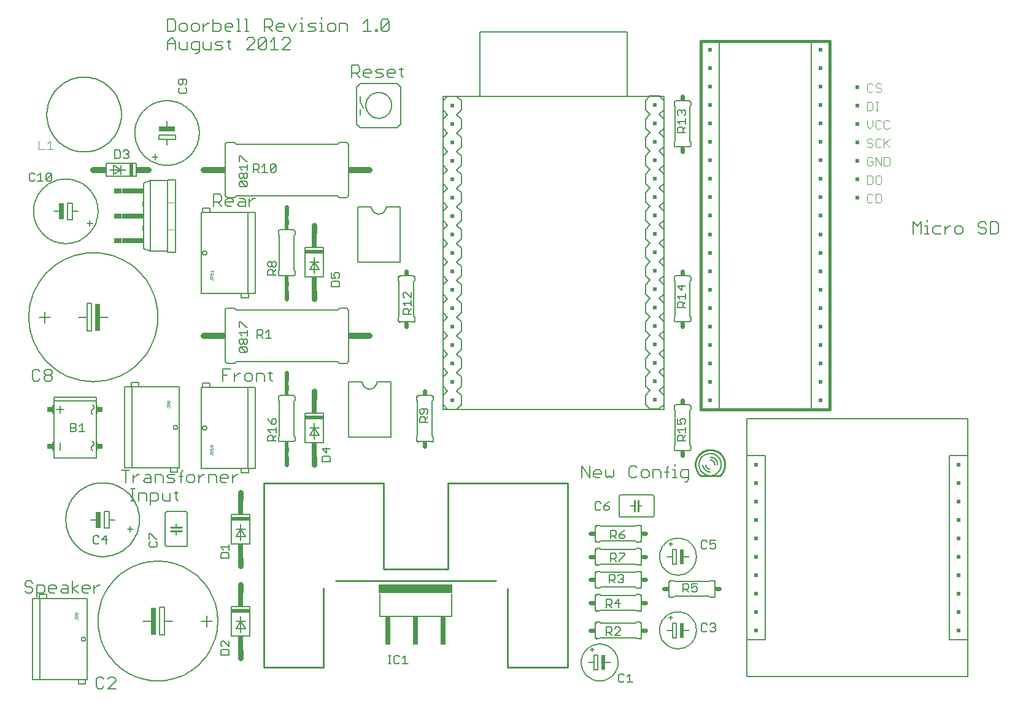
<source format=gto>
G75*
G70*
%OFA0B0*%
%FSLAX24Y24*%
%IPPOS*%
%LPD*%
%AMOC8*
5,1,8,0,0,1.08239X$1,22.5*
%
%ADD10C,0.0060*%
%ADD11C,0.0050*%
%ADD12R,0.4000X0.0500*%
%ADD13R,0.0300X0.1000*%
%ADD14R,0.0300X0.0550*%
%ADD15R,0.0250X0.1500*%
%ADD16C,0.0070*%
%ADD17R,0.0250X0.0900*%
%ADD18R,0.0200X0.0800*%
%ADD19C,0.0100*%
%ADD20C,0.0240*%
%ADD21C,0.0010*%
%ADD22R,0.0100X0.0240*%
%ADD23C,0.0300*%
%ADD24R,0.1000X0.0200*%
%ADD25R,0.0300X0.0750*%
%ADD26R,0.0350X0.0300*%
%ADD27R,0.0100X0.0500*%
%ADD28R,0.0900X0.0250*%
%ADD29C,0.0020*%
%ADD30C,0.0080*%
%ADD31R,0.0433X0.0315*%
%ADD32R,0.1181X0.0315*%
%ADD33R,0.0079X0.0315*%
%ADD34C,0.0335*%
%ADD35R,0.0200X0.0736*%
%ADD36R,0.0250X0.0335*%
%ADD37C,0.0040*%
%ADD38C,0.0320*%
%ADD39R,0.0710X0.0320*%
%ADD40R,0.0240X0.0100*%
%ADD41R,0.0200X0.0200*%
%ADD42C,0.0160*%
%ADD43R,0.0240X0.0340*%
D10*
X007880Y004680D02*
X008430Y004680D01*
X005430Y004680D02*
X005434Y004839D01*
X005446Y004999D01*
X005465Y005157D01*
X005492Y005314D01*
X005527Y005470D01*
X005570Y005623D01*
X005620Y005775D01*
X005677Y005924D01*
X005742Y006070D01*
X005814Y006212D01*
X005892Y006351D01*
X005978Y006486D01*
X006070Y006616D01*
X006168Y006742D01*
X006272Y006863D01*
X006382Y006978D01*
X006497Y007088D01*
X006618Y007192D01*
X006744Y007290D01*
X006874Y007382D01*
X007009Y007468D01*
X007148Y007546D01*
X007290Y007618D01*
X007436Y007683D01*
X007585Y007740D01*
X007737Y007790D01*
X007890Y007833D01*
X008046Y007868D01*
X008203Y007895D01*
X008361Y007914D01*
X008521Y007926D01*
X008680Y007930D01*
X008839Y007926D01*
X008999Y007914D01*
X009157Y007895D01*
X009314Y007868D01*
X009470Y007833D01*
X009623Y007790D01*
X009775Y007740D01*
X009924Y007683D01*
X010070Y007618D01*
X010212Y007546D01*
X010351Y007468D01*
X010486Y007382D01*
X010616Y007290D01*
X010742Y007192D01*
X010863Y007088D01*
X010978Y006978D01*
X011088Y006863D01*
X011192Y006742D01*
X011290Y006616D01*
X011382Y006486D01*
X011468Y006351D01*
X011546Y006212D01*
X011618Y006070D01*
X011683Y005924D01*
X011740Y005775D01*
X011790Y005623D01*
X011833Y005470D01*
X011868Y005314D01*
X011895Y005157D01*
X011914Y004999D01*
X011926Y004839D01*
X011930Y004680D01*
X011926Y004521D01*
X011914Y004361D01*
X011895Y004203D01*
X011868Y004046D01*
X011833Y003890D01*
X011790Y003737D01*
X011740Y003585D01*
X011683Y003436D01*
X011618Y003290D01*
X011546Y003148D01*
X011468Y003009D01*
X011382Y002874D01*
X011290Y002744D01*
X011192Y002618D01*
X011088Y002497D01*
X010978Y002382D01*
X010863Y002272D01*
X010742Y002168D01*
X010616Y002070D01*
X010486Y001978D01*
X010351Y001892D01*
X010212Y001814D01*
X010070Y001742D01*
X009924Y001677D01*
X009775Y001620D01*
X009623Y001570D01*
X009470Y001527D01*
X009314Y001492D01*
X009157Y001465D01*
X008999Y001446D01*
X008839Y001434D01*
X008680Y001430D01*
X008521Y001434D01*
X008361Y001446D01*
X008203Y001465D01*
X008046Y001492D01*
X007890Y001527D01*
X007737Y001570D01*
X007585Y001620D01*
X007436Y001677D01*
X007290Y001742D01*
X007148Y001814D01*
X007009Y001892D01*
X006874Y001978D01*
X006744Y002070D01*
X006618Y002168D01*
X006497Y002272D01*
X006382Y002382D01*
X006272Y002497D01*
X006168Y002618D01*
X006070Y002744D01*
X005978Y002874D01*
X005892Y003009D01*
X005814Y003148D01*
X005742Y003290D01*
X005677Y003436D01*
X005620Y003585D01*
X005570Y003737D01*
X005527Y003890D01*
X005492Y004046D01*
X005465Y004203D01*
X005446Y004361D01*
X005434Y004521D01*
X005430Y004680D01*
X005220Y006210D02*
X005220Y006637D01*
X005433Y006637D02*
X005540Y006637D01*
X005433Y006637D02*
X005220Y006424D01*
X005002Y006424D02*
X004575Y006424D01*
X004575Y006530D02*
X004682Y006637D01*
X004896Y006637D01*
X005002Y006530D01*
X005002Y006424D01*
X004896Y006210D02*
X004682Y006210D01*
X004575Y006317D01*
X004575Y006530D01*
X004358Y006637D02*
X004038Y006424D01*
X004358Y006210D01*
X004038Y006210D02*
X004038Y006851D01*
X003821Y006530D02*
X003821Y006210D01*
X003500Y006210D01*
X003394Y006317D01*
X003500Y006424D01*
X003821Y006424D01*
X003821Y006530D02*
X003714Y006637D01*
X003500Y006637D01*
X003176Y006530D02*
X003176Y006424D01*
X002749Y006424D01*
X002749Y006530D02*
X002856Y006637D01*
X003069Y006637D01*
X003176Y006530D01*
X003069Y006210D02*
X002856Y006210D01*
X002749Y006317D01*
X002749Y006530D01*
X002532Y006530D02*
X002532Y006317D01*
X002425Y006210D01*
X002105Y006210D01*
X002105Y005996D02*
X002105Y006637D01*
X002425Y006637D01*
X002532Y006530D01*
X001887Y006424D02*
X001887Y006317D01*
X001780Y006210D01*
X001567Y006210D01*
X001460Y006317D01*
X001567Y006530D02*
X001780Y006530D01*
X001887Y006424D01*
X001887Y006744D02*
X001780Y006851D01*
X001567Y006851D01*
X001460Y006744D01*
X001460Y006637D01*
X001567Y006530D01*
X005780Y009730D02*
X006030Y009730D01*
X006030Y010180D01*
X006030Y010630D01*
X005780Y010630D01*
X005780Y009730D01*
X003680Y010180D02*
X003682Y010278D01*
X003690Y010376D01*
X003702Y010473D01*
X003718Y010570D01*
X003740Y010666D01*
X003766Y010761D01*
X003797Y010854D01*
X003832Y010945D01*
X003872Y011035D01*
X003916Y011123D01*
X003965Y011208D01*
X004017Y011291D01*
X004074Y011371D01*
X004134Y011449D01*
X004198Y011523D01*
X004266Y011594D01*
X004337Y011662D01*
X004411Y011726D01*
X004489Y011786D01*
X004569Y011843D01*
X004652Y011895D01*
X004737Y011944D01*
X004825Y011988D01*
X004915Y012028D01*
X005006Y012063D01*
X005099Y012094D01*
X005194Y012120D01*
X005290Y012142D01*
X005387Y012158D01*
X005484Y012170D01*
X005582Y012178D01*
X005680Y012180D01*
X005778Y012178D01*
X005876Y012170D01*
X005973Y012158D01*
X006070Y012142D01*
X006166Y012120D01*
X006261Y012094D01*
X006354Y012063D01*
X006445Y012028D01*
X006535Y011988D01*
X006623Y011944D01*
X006708Y011895D01*
X006791Y011843D01*
X006871Y011786D01*
X006949Y011726D01*
X007023Y011662D01*
X007094Y011594D01*
X007162Y011523D01*
X007226Y011449D01*
X007286Y011371D01*
X007343Y011291D01*
X007395Y011208D01*
X007444Y011123D01*
X007488Y011035D01*
X007528Y010945D01*
X007563Y010854D01*
X007594Y010761D01*
X007620Y010666D01*
X007642Y010570D01*
X007658Y010473D01*
X007670Y010376D01*
X007678Y010278D01*
X007680Y010180D01*
X007678Y010082D01*
X007670Y009984D01*
X007658Y009887D01*
X007642Y009790D01*
X007620Y009694D01*
X007594Y009599D01*
X007563Y009506D01*
X007528Y009415D01*
X007488Y009325D01*
X007444Y009237D01*
X007395Y009152D01*
X007343Y009069D01*
X007286Y008989D01*
X007226Y008911D01*
X007162Y008837D01*
X007094Y008766D01*
X007023Y008698D01*
X006949Y008634D01*
X006871Y008574D01*
X006791Y008517D01*
X006708Y008465D01*
X006623Y008416D01*
X006535Y008372D01*
X006445Y008332D01*
X006354Y008297D01*
X006261Y008266D01*
X006166Y008240D01*
X006070Y008218D01*
X005973Y008202D01*
X005876Y008190D01*
X005778Y008182D01*
X005680Y008180D01*
X005582Y008182D01*
X005484Y008190D01*
X005387Y008202D01*
X005290Y008218D01*
X005194Y008240D01*
X005099Y008266D01*
X005006Y008297D01*
X004915Y008332D01*
X004825Y008372D01*
X004737Y008416D01*
X004652Y008465D01*
X004569Y008517D01*
X004489Y008574D01*
X004411Y008634D01*
X004337Y008698D01*
X004266Y008766D01*
X004198Y008837D01*
X004134Y008911D01*
X004074Y008989D01*
X004017Y009069D01*
X003965Y009152D01*
X003916Y009237D01*
X003872Y009325D01*
X003832Y009415D01*
X003797Y009506D01*
X003766Y009599D01*
X003740Y009694D01*
X003718Y009790D01*
X003702Y009887D01*
X003690Y009984D01*
X003682Y010082D01*
X003680Y010180D01*
X005030Y010180D02*
X005230Y010180D01*
X005430Y010180D01*
X006030Y010180D02*
X006130Y010180D01*
X006330Y010180D01*
X007180Y009830D02*
X007180Y009530D01*
X007030Y009680D02*
X007330Y009680D01*
X009080Y008830D02*
X009080Y010530D01*
X009082Y010547D01*
X009086Y010564D01*
X009093Y010580D01*
X009103Y010594D01*
X009116Y010607D01*
X009130Y010617D01*
X009146Y010624D01*
X009163Y010628D01*
X009180Y010630D01*
X010180Y010630D01*
X010197Y010628D01*
X010214Y010624D01*
X010230Y010617D01*
X010244Y010607D01*
X010257Y010594D01*
X010267Y010580D01*
X010274Y010564D01*
X010278Y010547D01*
X010280Y010530D01*
X010280Y008830D01*
X010278Y008813D01*
X010274Y008796D01*
X010267Y008780D01*
X010257Y008766D01*
X010244Y008753D01*
X010230Y008743D01*
X010214Y008736D01*
X010197Y008732D01*
X010180Y008730D01*
X009180Y008730D01*
X009163Y008732D01*
X009146Y008736D01*
X009130Y008743D01*
X009116Y008753D01*
X009103Y008766D01*
X009093Y008780D01*
X009086Y008796D01*
X009082Y008813D01*
X009080Y008830D01*
X009680Y009380D02*
X009680Y009530D01*
X009680Y009580D01*
X009680Y009780D02*
X009680Y009830D01*
X009680Y009980D01*
X009787Y011210D02*
X009680Y011317D01*
X009680Y011744D01*
X009573Y011637D02*
X009787Y011637D01*
X009356Y011637D02*
X009356Y011210D01*
X009036Y011210D01*
X008929Y011317D01*
X008929Y011637D01*
X008711Y011530D02*
X008711Y011317D01*
X008605Y011210D01*
X008284Y011210D01*
X008284Y010996D02*
X008284Y011637D01*
X008605Y011637D01*
X008711Y011530D01*
X008067Y011530D02*
X008067Y011210D01*
X008067Y011530D02*
X007960Y011637D01*
X007640Y011637D01*
X007640Y011210D01*
X007424Y011210D02*
X007210Y011210D01*
X007317Y011210D02*
X007317Y011851D01*
X007210Y011851D02*
X007424Y011851D01*
X007355Y012210D02*
X007355Y012637D01*
X007355Y012424D02*
X007568Y012637D01*
X007675Y012637D01*
X007998Y012637D02*
X008212Y012637D01*
X008319Y012530D01*
X008319Y012210D01*
X007998Y012210D01*
X007892Y012317D01*
X007998Y012424D01*
X008319Y012424D01*
X008536Y012637D02*
X008856Y012637D01*
X008963Y012530D01*
X008963Y012210D01*
X009181Y012210D02*
X009501Y012210D01*
X009608Y012317D01*
X009501Y012424D01*
X009288Y012424D01*
X009181Y012530D01*
X009288Y012637D01*
X009608Y012637D01*
X009825Y012530D02*
X010039Y012530D01*
X010255Y012530D02*
X010255Y012317D01*
X010362Y012210D01*
X010575Y012210D01*
X010682Y012317D01*
X010682Y012530D01*
X010575Y012637D01*
X010362Y012637D01*
X010255Y012530D01*
X010039Y012851D02*
X009932Y012744D01*
X009932Y012210D01*
X010900Y012210D02*
X010900Y012637D01*
X011113Y012637D02*
X011220Y012637D01*
X011113Y012637D02*
X010900Y012424D01*
X011437Y012637D02*
X011757Y012637D01*
X011864Y012530D01*
X011864Y012210D01*
X012081Y012317D02*
X012081Y012530D01*
X012188Y012637D01*
X012402Y012637D01*
X012508Y012530D01*
X012508Y012424D01*
X012081Y012424D01*
X012081Y012317D02*
X012188Y012210D01*
X012402Y012210D01*
X012726Y012210D02*
X012726Y012637D01*
X012939Y012637D02*
X013046Y012637D01*
X012939Y012637D02*
X012726Y012424D01*
X011437Y012210D02*
X011437Y012637D01*
X008536Y012637D02*
X008536Y012210D01*
X007137Y012851D02*
X006710Y012851D01*
X006924Y012851D02*
X006924Y012210D01*
X005330Y013537D02*
X005330Y016622D01*
X003030Y016622D01*
X003030Y013537D01*
X005330Y013537D01*
X005130Y013941D02*
X005113Y013956D01*
X005097Y013973D01*
X005085Y013993D01*
X005075Y014014D01*
X005069Y014036D01*
X005065Y014059D01*
X005065Y014083D01*
X005069Y014106D01*
X005075Y014128D01*
X005085Y014149D01*
X005097Y014169D01*
X005113Y014186D01*
X005130Y014201D01*
X005150Y014214D01*
X005167Y014231D01*
X005182Y014251D01*
X005193Y014272D01*
X005201Y014295D01*
X005205Y014319D01*
X005205Y014343D01*
X005201Y014367D01*
X005193Y014390D01*
X005182Y014411D01*
X005167Y014431D01*
X005150Y014448D01*
X005130Y014461D01*
X005130Y015910D02*
X005113Y015925D01*
X005097Y015942D01*
X005085Y015962D01*
X005075Y015983D01*
X005069Y016005D01*
X005065Y016028D01*
X005065Y016052D01*
X005069Y016075D01*
X005075Y016097D01*
X005085Y016118D01*
X005097Y016138D01*
X005113Y016155D01*
X005130Y016170D01*
X005150Y016183D01*
X005167Y016200D01*
X005182Y016220D01*
X005193Y016241D01*
X005201Y016264D01*
X005205Y016288D01*
X005205Y016312D01*
X005201Y016336D01*
X005193Y016359D01*
X005182Y016380D01*
X005167Y016400D01*
X005150Y016417D01*
X005130Y016430D01*
X005330Y016622D02*
X005330Y016823D01*
X003030Y016823D01*
X003030Y016622D01*
X003380Y016380D02*
X003380Y015980D01*
X003580Y016180D02*
X003180Y016180D01*
X003380Y014380D02*
X003380Y013980D01*
X012210Y017710D02*
X012210Y018351D01*
X012637Y018351D01*
X012855Y018137D02*
X012855Y017710D01*
X012855Y017924D02*
X013068Y018137D01*
X013175Y018137D01*
X013392Y018030D02*
X013392Y017817D01*
X013498Y017710D01*
X013712Y017710D01*
X013819Y017817D01*
X013819Y018030D01*
X013712Y018137D01*
X013498Y018137D01*
X013392Y018030D01*
X014036Y018137D02*
X014036Y017710D01*
X014036Y018137D02*
X014356Y018137D01*
X014463Y018030D01*
X014463Y017710D01*
X014788Y017817D02*
X014788Y018244D01*
X014894Y018137D02*
X014681Y018137D01*
X014788Y017817D02*
X014894Y017710D01*
X015330Y016930D02*
X016030Y016930D01*
X016047Y016928D01*
X016064Y016924D01*
X016080Y016917D01*
X016094Y016907D01*
X016107Y016894D01*
X016117Y016880D01*
X016124Y016864D01*
X016128Y016847D01*
X016130Y016830D01*
X016130Y016680D01*
X016080Y016630D01*
X016080Y014730D01*
X016130Y014680D01*
X016130Y014530D01*
X016128Y014513D01*
X016124Y014496D01*
X016117Y014480D01*
X016107Y014466D01*
X016094Y014453D01*
X016080Y014443D01*
X016064Y014436D01*
X016047Y014432D01*
X016030Y014430D01*
X015330Y014430D01*
X015313Y014432D01*
X015296Y014436D01*
X015280Y014443D01*
X015266Y014453D01*
X015253Y014466D01*
X015243Y014480D01*
X015236Y014496D01*
X015232Y014513D01*
X015230Y014530D01*
X015230Y014680D01*
X015280Y014730D01*
X015280Y016630D01*
X015230Y016680D01*
X015230Y016830D01*
X015232Y016847D01*
X015236Y016864D01*
X015243Y016880D01*
X015253Y016894D01*
X015266Y016907D01*
X015280Y016917D01*
X015296Y016924D01*
X015313Y016928D01*
X015330Y016930D01*
X016680Y015980D02*
X017680Y015980D01*
X017680Y014380D01*
X016680Y014380D01*
X016680Y015980D01*
X017180Y015430D02*
X017180Y015180D01*
X016930Y015180D01*
X017180Y015180D02*
X016930Y014780D01*
X017430Y014780D01*
X017180Y015180D01*
X017430Y015180D01*
X017180Y015180D02*
X017180Y014580D01*
X019030Y014680D02*
X021330Y014680D01*
X021330Y017680D01*
X020580Y017680D01*
X020578Y017641D01*
X020572Y017602D01*
X020563Y017564D01*
X020550Y017527D01*
X020533Y017491D01*
X020513Y017458D01*
X020489Y017426D01*
X020463Y017397D01*
X020434Y017371D01*
X020402Y017347D01*
X020369Y017327D01*
X020333Y017310D01*
X020296Y017297D01*
X020258Y017288D01*
X020219Y017282D01*
X020180Y017280D01*
X020141Y017282D01*
X020102Y017288D01*
X020064Y017297D01*
X020027Y017310D01*
X019991Y017327D01*
X019958Y017347D01*
X019926Y017371D01*
X019897Y017397D01*
X019871Y017426D01*
X019847Y017458D01*
X019827Y017491D01*
X019810Y017527D01*
X019797Y017564D01*
X019788Y017602D01*
X019782Y017641D01*
X019780Y017680D01*
X019030Y017680D01*
X019030Y014680D01*
X022730Y014680D02*
X022780Y014730D01*
X022780Y016630D01*
X022730Y016680D01*
X022730Y016830D01*
X022830Y016930D02*
X023530Y016930D01*
X023630Y016830D02*
X023630Y016680D01*
X023580Y016630D01*
X023580Y014730D01*
X023630Y014680D01*
X023630Y014530D01*
X023530Y014430D02*
X022830Y014430D01*
X022730Y014530D02*
X022730Y014680D01*
X018880Y018680D02*
X018530Y018680D01*
X018430Y018780D01*
X012930Y018780D01*
X012830Y018680D01*
X012480Y018680D01*
X012457Y018682D01*
X012434Y018687D01*
X012412Y018696D01*
X012392Y018709D01*
X012374Y018724D01*
X012359Y018742D01*
X012346Y018762D01*
X012337Y018784D01*
X012332Y018807D01*
X012330Y018830D01*
X012330Y021530D01*
X012332Y021553D01*
X012337Y021576D01*
X012346Y021598D01*
X012359Y021618D01*
X012374Y021636D01*
X012392Y021651D01*
X012412Y021664D01*
X012434Y021673D01*
X012457Y021678D01*
X012480Y021680D01*
X012830Y021680D01*
X012930Y021580D01*
X018430Y021580D01*
X018530Y021680D01*
X018880Y021680D01*
X018903Y021678D01*
X018926Y021673D01*
X018948Y021664D01*
X018968Y021651D01*
X018986Y021636D01*
X019001Y021618D01*
X019014Y021598D01*
X019023Y021576D01*
X019028Y021553D01*
X019030Y021530D01*
X019030Y018830D01*
X019028Y018807D01*
X019023Y018784D01*
X019014Y018762D01*
X019001Y018742D01*
X018986Y018724D01*
X018968Y018709D01*
X018948Y018696D01*
X018926Y018687D01*
X018903Y018682D01*
X018880Y018680D01*
X021830Y020930D02*
X022530Y020930D01*
X022630Y021030D02*
X022630Y021180D01*
X022580Y021230D01*
X022580Y023130D01*
X022630Y023180D01*
X022630Y023330D01*
X022530Y023430D02*
X021830Y023430D01*
X021730Y023330D02*
X021730Y023180D01*
X021780Y023130D01*
X021780Y021230D01*
X021730Y021180D01*
X021730Y021030D01*
X017680Y023380D02*
X017680Y024980D01*
X016680Y024980D01*
X016680Y023380D01*
X017680Y023380D01*
X017430Y023780D02*
X017180Y024180D01*
X016930Y024180D01*
X017180Y024180D02*
X016930Y023780D01*
X017430Y023780D01*
X017180Y023580D02*
X017180Y024180D01*
X017430Y024180D01*
X017180Y024180D02*
X017180Y024430D01*
X016130Y023680D02*
X016080Y023730D01*
X016080Y025630D01*
X016130Y025680D01*
X016130Y025830D01*
X016128Y025847D01*
X016124Y025864D01*
X016117Y025880D01*
X016107Y025894D01*
X016094Y025907D01*
X016080Y025917D01*
X016064Y025924D01*
X016047Y025928D01*
X016030Y025930D01*
X015330Y025930D01*
X015313Y025928D01*
X015296Y025924D01*
X015280Y025917D01*
X015266Y025907D01*
X015253Y025894D01*
X015243Y025880D01*
X015236Y025864D01*
X015232Y025847D01*
X015230Y025830D01*
X015230Y025680D01*
X015280Y025630D01*
X015280Y023730D01*
X015230Y023680D01*
X015230Y023530D01*
X015232Y023513D01*
X015236Y023496D01*
X015243Y023480D01*
X015253Y023466D01*
X015266Y023453D01*
X015280Y023443D01*
X015296Y023436D01*
X015313Y023432D01*
X015330Y023430D01*
X016030Y023430D01*
X016047Y023432D01*
X016064Y023436D01*
X016080Y023443D01*
X016094Y023453D01*
X016107Y023466D01*
X016117Y023480D01*
X016124Y023496D01*
X016128Y023513D01*
X016130Y023530D01*
X016130Y023680D01*
X019530Y024180D02*
X021830Y024180D01*
X021830Y027180D01*
X021080Y027180D01*
X021078Y027141D01*
X021072Y027102D01*
X021063Y027064D01*
X021050Y027027D01*
X021033Y026991D01*
X021013Y026958D01*
X020989Y026926D01*
X020963Y026897D01*
X020934Y026871D01*
X020902Y026847D01*
X020869Y026827D01*
X020833Y026810D01*
X020796Y026797D01*
X020758Y026788D01*
X020719Y026782D01*
X020680Y026780D01*
X020641Y026782D01*
X020602Y026788D01*
X020564Y026797D01*
X020527Y026810D01*
X020491Y026827D01*
X020458Y026847D01*
X020426Y026871D01*
X020397Y026897D01*
X020371Y026926D01*
X020347Y026958D01*
X020327Y026991D01*
X020310Y027027D01*
X020297Y027064D01*
X020288Y027102D01*
X020282Y027141D01*
X020280Y027180D01*
X019530Y027180D01*
X019530Y024180D01*
X018880Y027680D02*
X018530Y027680D01*
X018430Y027780D01*
X012930Y027780D01*
X012830Y027680D01*
X012480Y027680D01*
X012461Y027637D02*
X012675Y027637D01*
X012782Y027530D01*
X012782Y027424D01*
X012355Y027424D01*
X012355Y027530D02*
X012461Y027637D01*
X012355Y027530D02*
X012355Y027317D01*
X012461Y027210D01*
X012675Y027210D01*
X012999Y027317D02*
X013106Y027424D01*
X013426Y027424D01*
X013426Y027530D02*
X013426Y027210D01*
X013106Y027210D01*
X012999Y027317D01*
X013106Y027637D02*
X013319Y027637D01*
X013426Y027530D01*
X013644Y027424D02*
X013857Y027637D01*
X013964Y027637D01*
X013644Y027637D02*
X013644Y027210D01*
X012480Y027680D02*
X012457Y027682D01*
X012434Y027687D01*
X012412Y027696D01*
X012392Y027709D01*
X012374Y027724D01*
X012359Y027742D01*
X012346Y027762D01*
X012337Y027784D01*
X012332Y027807D01*
X012330Y027830D01*
X012330Y030530D01*
X012332Y030553D01*
X012337Y030576D01*
X012346Y030598D01*
X012359Y030618D01*
X012374Y030636D01*
X012392Y030651D01*
X012412Y030664D01*
X012434Y030673D01*
X012457Y030678D01*
X012480Y030680D01*
X012830Y030680D01*
X012930Y030580D01*
X018430Y030580D01*
X018530Y030680D01*
X018880Y030680D01*
X018903Y030678D01*
X018926Y030673D01*
X018948Y030664D01*
X018968Y030651D01*
X018986Y030636D01*
X019001Y030618D01*
X019014Y030598D01*
X019023Y030576D01*
X019028Y030553D01*
X019030Y030530D01*
X019030Y027830D01*
X019028Y027807D01*
X019023Y027784D01*
X019014Y027762D01*
X019001Y027742D01*
X018986Y027724D01*
X018968Y027709D01*
X018948Y027696D01*
X018926Y027687D01*
X018903Y027682D01*
X018880Y027680D01*
X012137Y027744D02*
X012137Y027530D01*
X012030Y027424D01*
X011710Y027424D01*
X011924Y027424D02*
X012137Y027210D01*
X011710Y027210D02*
X011710Y027851D01*
X012030Y027851D01*
X012137Y027744D01*
X008680Y029880D02*
X008380Y029880D01*
X008530Y029730D02*
X008530Y030030D01*
X009180Y030530D02*
X009180Y030730D01*
X009180Y030830D01*
X008730Y030830D01*
X008730Y031080D01*
X009630Y031080D01*
X009630Y030830D01*
X009180Y030830D01*
X007430Y031180D02*
X007432Y031266D01*
X007438Y031352D01*
X007449Y031437D01*
X007464Y031521D01*
X007482Y031605D01*
X007505Y031688D01*
X007532Y031770D01*
X007563Y031850D01*
X007598Y031928D01*
X007637Y032005D01*
X007679Y032080D01*
X007725Y032152D01*
X007774Y032222D01*
X007827Y032290D01*
X007883Y032355D01*
X007943Y032417D01*
X008005Y032477D01*
X008070Y032533D01*
X008138Y032586D01*
X008208Y032635D01*
X008280Y032681D01*
X008355Y032723D01*
X008432Y032762D01*
X008510Y032797D01*
X008590Y032828D01*
X008672Y032855D01*
X008755Y032878D01*
X008839Y032896D01*
X008923Y032911D01*
X009008Y032922D01*
X009094Y032928D01*
X009180Y032930D01*
X009266Y032928D01*
X009352Y032922D01*
X009437Y032911D01*
X009521Y032896D01*
X009605Y032878D01*
X009688Y032855D01*
X009770Y032828D01*
X009850Y032797D01*
X009928Y032762D01*
X010005Y032723D01*
X010080Y032681D01*
X010152Y032635D01*
X010222Y032586D01*
X010290Y032533D01*
X010355Y032477D01*
X010417Y032417D01*
X010477Y032355D01*
X010533Y032290D01*
X010586Y032222D01*
X010635Y032152D01*
X010681Y032080D01*
X010723Y032005D01*
X010762Y031928D01*
X010797Y031850D01*
X010828Y031770D01*
X010855Y031688D01*
X010878Y031605D01*
X010896Y031521D01*
X010911Y031437D01*
X010922Y031352D01*
X010928Y031266D01*
X010930Y031180D01*
X010928Y031094D01*
X010922Y031008D01*
X010911Y030923D01*
X010896Y030839D01*
X010878Y030755D01*
X010855Y030672D01*
X010828Y030590D01*
X010797Y030510D01*
X010762Y030432D01*
X010723Y030355D01*
X010681Y030280D01*
X010635Y030208D01*
X010586Y030138D01*
X010533Y030070D01*
X010477Y030005D01*
X010417Y029943D01*
X010355Y029883D01*
X010290Y029827D01*
X010222Y029774D01*
X010152Y029725D01*
X010080Y029679D01*
X010005Y029637D01*
X009928Y029598D01*
X009850Y029563D01*
X009770Y029532D01*
X009688Y029505D01*
X009605Y029482D01*
X009521Y029464D01*
X009437Y029449D01*
X009352Y029438D01*
X009266Y029432D01*
X009180Y029430D01*
X009094Y029432D01*
X009008Y029438D01*
X008923Y029449D01*
X008839Y029464D01*
X008755Y029482D01*
X008672Y029505D01*
X008590Y029532D01*
X008510Y029563D01*
X008432Y029598D01*
X008355Y029637D01*
X008280Y029679D01*
X008208Y029725D01*
X008138Y029774D01*
X008070Y029827D01*
X008005Y029883D01*
X007943Y029943D01*
X007883Y030005D01*
X007827Y030070D01*
X007774Y030138D01*
X007725Y030208D01*
X007679Y030280D01*
X007637Y030355D01*
X007598Y030432D01*
X007563Y030510D01*
X007532Y030590D01*
X007505Y030672D01*
X007482Y030755D01*
X007464Y030839D01*
X007449Y030923D01*
X007438Y031008D01*
X007432Y031094D01*
X007430Y031180D01*
X009180Y031430D02*
X009180Y031630D01*
X009180Y031830D01*
X007500Y029542D02*
X007500Y028818D01*
X005860Y028818D01*
X005860Y029542D01*
X007500Y029542D01*
X006930Y029180D02*
X006680Y029180D01*
X006680Y029430D01*
X006680Y029180D02*
X006680Y028930D01*
X006680Y029180D02*
X006280Y028930D01*
X006280Y029430D01*
X006680Y029180D01*
X006080Y029180D01*
X004030Y027380D02*
X003780Y027380D01*
X003780Y026480D01*
X004030Y026480D01*
X004030Y026930D01*
X004030Y027380D01*
X004030Y026930D02*
X004130Y026930D01*
X004330Y026930D01*
X001930Y026930D02*
X001932Y027016D01*
X001938Y027102D01*
X001949Y027187D01*
X001964Y027271D01*
X001982Y027355D01*
X002005Y027438D01*
X002032Y027520D01*
X002063Y027600D01*
X002098Y027678D01*
X002137Y027755D01*
X002179Y027830D01*
X002225Y027902D01*
X002274Y027972D01*
X002327Y028040D01*
X002383Y028105D01*
X002443Y028167D01*
X002505Y028227D01*
X002570Y028283D01*
X002638Y028336D01*
X002708Y028385D01*
X002780Y028431D01*
X002855Y028473D01*
X002932Y028512D01*
X003010Y028547D01*
X003090Y028578D01*
X003172Y028605D01*
X003255Y028628D01*
X003339Y028646D01*
X003423Y028661D01*
X003508Y028672D01*
X003594Y028678D01*
X003680Y028680D01*
X003766Y028678D01*
X003852Y028672D01*
X003937Y028661D01*
X004021Y028646D01*
X004105Y028628D01*
X004188Y028605D01*
X004270Y028578D01*
X004350Y028547D01*
X004428Y028512D01*
X004505Y028473D01*
X004580Y028431D01*
X004652Y028385D01*
X004722Y028336D01*
X004790Y028283D01*
X004855Y028227D01*
X004917Y028167D01*
X004977Y028105D01*
X005033Y028040D01*
X005086Y027972D01*
X005135Y027902D01*
X005181Y027830D01*
X005223Y027755D01*
X005262Y027678D01*
X005297Y027600D01*
X005328Y027520D01*
X005355Y027438D01*
X005378Y027355D01*
X005396Y027271D01*
X005411Y027187D01*
X005422Y027102D01*
X005428Y027016D01*
X005430Y026930D01*
X005428Y026844D01*
X005422Y026758D01*
X005411Y026673D01*
X005396Y026589D01*
X005378Y026505D01*
X005355Y026422D01*
X005328Y026340D01*
X005297Y026260D01*
X005262Y026182D01*
X005223Y026105D01*
X005181Y026030D01*
X005135Y025958D01*
X005086Y025888D01*
X005033Y025820D01*
X004977Y025755D01*
X004917Y025693D01*
X004855Y025633D01*
X004790Y025577D01*
X004722Y025524D01*
X004652Y025475D01*
X004580Y025429D01*
X004505Y025387D01*
X004428Y025348D01*
X004350Y025313D01*
X004270Y025282D01*
X004188Y025255D01*
X004105Y025232D01*
X004021Y025214D01*
X003937Y025199D01*
X003852Y025188D01*
X003766Y025182D01*
X003680Y025180D01*
X003594Y025182D01*
X003508Y025188D01*
X003423Y025199D01*
X003339Y025214D01*
X003255Y025232D01*
X003172Y025255D01*
X003090Y025282D01*
X003010Y025313D01*
X002932Y025348D01*
X002855Y025387D01*
X002780Y025429D01*
X002708Y025475D01*
X002638Y025524D01*
X002570Y025577D01*
X002505Y025633D01*
X002443Y025693D01*
X002383Y025755D01*
X002327Y025820D01*
X002274Y025888D01*
X002225Y025958D01*
X002179Y026030D01*
X002137Y026105D01*
X002098Y026182D01*
X002063Y026260D01*
X002032Y026340D01*
X002005Y026422D01*
X001982Y026505D01*
X001964Y026589D01*
X001949Y026673D01*
X001938Y026758D01*
X001932Y026844D01*
X001930Y026930D01*
X003030Y026930D02*
X003230Y026930D01*
X003430Y026930D01*
X004830Y026280D02*
X005130Y026280D01*
X004980Y026130D02*
X004980Y026430D01*
X005080Y021930D02*
X004830Y021930D01*
X004830Y021180D01*
X004830Y020430D01*
X005080Y020430D01*
X005080Y021930D01*
X001680Y021180D02*
X001684Y021352D01*
X001697Y021523D01*
X001718Y021694D01*
X001747Y021863D01*
X001785Y022030D01*
X001831Y022196D01*
X001885Y022359D01*
X001946Y022519D01*
X002016Y022676D01*
X002093Y022830D01*
X002178Y022979D01*
X002270Y023124D01*
X002369Y023265D01*
X002474Y023400D01*
X002587Y023530D01*
X002705Y023655D01*
X002830Y023773D01*
X002960Y023886D01*
X003095Y023991D01*
X003236Y024090D01*
X003381Y024182D01*
X003530Y024267D01*
X003684Y024344D01*
X003841Y024414D01*
X004001Y024475D01*
X004164Y024529D01*
X004330Y024575D01*
X004497Y024613D01*
X004666Y024642D01*
X004837Y024663D01*
X005008Y024676D01*
X005180Y024680D01*
X005352Y024676D01*
X005523Y024663D01*
X005694Y024642D01*
X005863Y024613D01*
X006030Y024575D01*
X006196Y024529D01*
X006359Y024475D01*
X006519Y024414D01*
X006676Y024344D01*
X006830Y024267D01*
X006979Y024182D01*
X007124Y024090D01*
X007265Y023991D01*
X007400Y023886D01*
X007530Y023773D01*
X007655Y023655D01*
X007773Y023530D01*
X007886Y023400D01*
X007991Y023265D01*
X008090Y023124D01*
X008182Y022979D01*
X008267Y022830D01*
X008344Y022676D01*
X008414Y022519D01*
X008475Y022359D01*
X008529Y022196D01*
X008575Y022030D01*
X008613Y021863D01*
X008642Y021694D01*
X008663Y021523D01*
X008676Y021352D01*
X008680Y021180D01*
X008676Y021008D01*
X008663Y020837D01*
X008642Y020666D01*
X008613Y020497D01*
X008575Y020330D01*
X008529Y020164D01*
X008475Y020001D01*
X008414Y019841D01*
X008344Y019684D01*
X008267Y019530D01*
X008182Y019381D01*
X008090Y019236D01*
X007991Y019095D01*
X007886Y018960D01*
X007773Y018830D01*
X007655Y018705D01*
X007530Y018587D01*
X007400Y018474D01*
X007265Y018369D01*
X007124Y018270D01*
X006979Y018178D01*
X006830Y018093D01*
X006676Y018016D01*
X006519Y017946D01*
X006359Y017885D01*
X006196Y017831D01*
X006030Y017785D01*
X005863Y017747D01*
X005694Y017718D01*
X005523Y017697D01*
X005352Y017684D01*
X005180Y017680D01*
X005008Y017684D01*
X004837Y017697D01*
X004666Y017718D01*
X004497Y017747D01*
X004330Y017785D01*
X004164Y017831D01*
X004001Y017885D01*
X003841Y017946D01*
X003684Y018016D01*
X003530Y018093D01*
X003381Y018178D01*
X003236Y018270D01*
X003095Y018369D01*
X002960Y018474D01*
X002830Y018587D01*
X002705Y018705D01*
X002587Y018830D01*
X002474Y018960D01*
X002369Y019095D01*
X002270Y019236D01*
X002178Y019381D01*
X002093Y019530D01*
X002016Y019684D01*
X001946Y019841D01*
X001885Y020001D01*
X001831Y020164D01*
X001785Y020330D01*
X001747Y020497D01*
X001718Y020666D01*
X001697Y020837D01*
X001684Y021008D01*
X001680Y021180D01*
X002230Y021180D02*
X002830Y021180D01*
X002530Y020880D02*
X002530Y021480D01*
X004380Y021180D02*
X004830Y021180D01*
X005430Y021180D02*
X005980Y021180D01*
X012210Y018030D02*
X012424Y018030D01*
X012680Y010480D02*
X013680Y010480D01*
X013680Y008880D01*
X012680Y008880D01*
X012680Y010480D01*
X013180Y009930D02*
X013180Y009680D01*
X012930Y009680D01*
X013180Y009680D02*
X012930Y009280D01*
X013430Y009280D01*
X013180Y009680D01*
X013430Y009680D01*
X013180Y009680D02*
X013180Y009080D01*
X013680Y005480D02*
X012680Y005480D01*
X012680Y003880D01*
X013680Y003880D01*
X013680Y005480D01*
X013180Y004930D02*
X013180Y004680D01*
X012930Y004680D01*
X013180Y004680D02*
X012930Y004280D01*
X013430Y004280D01*
X013180Y004680D01*
X013430Y004680D01*
X013180Y004680D02*
X013180Y004080D01*
X011630Y004680D02*
X011030Y004680D01*
X011330Y004980D02*
X011330Y004380D01*
X009480Y004680D02*
X009030Y004680D01*
X009030Y005430D01*
X008780Y005430D01*
X008780Y003930D01*
X009030Y003930D01*
X009030Y004680D01*
X020730Y004930D02*
X021430Y004930D01*
X022430Y004930D01*
X022930Y004930D01*
X023930Y004930D01*
X024630Y004930D01*
X024630Y006180D01*
X020730Y006180D02*
X020730Y004930D01*
X032180Y003130D02*
X032380Y003130D01*
X032280Y003030D02*
X032280Y003230D01*
X032380Y002830D02*
X032380Y002430D01*
X032380Y002030D01*
X032580Y002030D01*
X032580Y002830D01*
X032380Y002830D01*
X032380Y002430D02*
X032080Y002430D01*
X031680Y002430D02*
X031682Y002493D01*
X031688Y002555D01*
X031698Y002617D01*
X031711Y002679D01*
X031729Y002739D01*
X031750Y002798D01*
X031775Y002856D01*
X031804Y002912D01*
X031836Y002966D01*
X031871Y003018D01*
X031909Y003067D01*
X031951Y003115D01*
X031995Y003159D01*
X032043Y003201D01*
X032092Y003239D01*
X032144Y003274D01*
X032198Y003306D01*
X032254Y003335D01*
X032312Y003360D01*
X032371Y003381D01*
X032431Y003399D01*
X032493Y003412D01*
X032555Y003422D01*
X032617Y003428D01*
X032680Y003430D01*
X032743Y003428D01*
X032805Y003422D01*
X032867Y003412D01*
X032929Y003399D01*
X032989Y003381D01*
X033048Y003360D01*
X033106Y003335D01*
X033162Y003306D01*
X033216Y003274D01*
X033268Y003239D01*
X033317Y003201D01*
X033365Y003159D01*
X033409Y003115D01*
X033451Y003067D01*
X033489Y003018D01*
X033524Y002966D01*
X033556Y002912D01*
X033585Y002856D01*
X033610Y002798D01*
X033631Y002739D01*
X033649Y002679D01*
X033662Y002617D01*
X033672Y002555D01*
X033678Y002493D01*
X033680Y002430D01*
X033678Y002367D01*
X033672Y002305D01*
X033662Y002243D01*
X033649Y002181D01*
X033631Y002121D01*
X033610Y002062D01*
X033585Y002004D01*
X033556Y001948D01*
X033524Y001894D01*
X033489Y001842D01*
X033451Y001793D01*
X033409Y001745D01*
X033365Y001701D01*
X033317Y001659D01*
X033268Y001621D01*
X033216Y001586D01*
X033162Y001554D01*
X033106Y001525D01*
X033048Y001500D01*
X032989Y001479D01*
X032929Y001461D01*
X032867Y001448D01*
X032805Y001438D01*
X032743Y001432D01*
X032680Y001430D01*
X032617Y001432D01*
X032555Y001438D01*
X032493Y001448D01*
X032431Y001461D01*
X032371Y001479D01*
X032312Y001500D01*
X032254Y001525D01*
X032198Y001554D01*
X032144Y001586D01*
X032092Y001621D01*
X032043Y001659D01*
X031995Y001701D01*
X031951Y001745D01*
X031909Y001793D01*
X031871Y001842D01*
X031836Y001894D01*
X031804Y001948D01*
X031775Y002004D01*
X031750Y002062D01*
X031729Y002121D01*
X031711Y002181D01*
X031698Y002243D01*
X031688Y002305D01*
X031682Y002367D01*
X031680Y002430D01*
X032930Y002430D02*
X033280Y002430D01*
X032680Y003730D02*
X032530Y003730D01*
X032430Y003830D02*
X032430Y004530D01*
X032530Y004630D02*
X032680Y004630D01*
X032730Y004580D01*
X034630Y004580D01*
X034680Y004630D01*
X034830Y004630D01*
X034930Y004530D02*
X034930Y003830D01*
X034830Y003730D02*
X034680Y003730D01*
X034630Y003780D01*
X032730Y003780D01*
X032680Y003730D01*
X032680Y005230D02*
X032530Y005230D01*
X032430Y005330D02*
X032430Y006030D01*
X032530Y006130D02*
X032680Y006130D01*
X032730Y006080D01*
X034630Y006080D01*
X034680Y006130D01*
X034830Y006130D01*
X034930Y006030D02*
X034930Y005330D01*
X034830Y005230D02*
X034680Y005230D01*
X034630Y005280D01*
X032730Y005280D01*
X032680Y005230D01*
X032680Y006480D02*
X032730Y006530D01*
X034630Y006530D01*
X034680Y006480D01*
X034830Y006480D01*
X034930Y006580D02*
X034930Y007280D01*
X034830Y007380D02*
X034680Y007380D01*
X034630Y007330D01*
X032730Y007330D01*
X032680Y007380D01*
X032530Y007380D01*
X032430Y007280D02*
X032430Y006580D01*
X032530Y006480D02*
X032680Y006480D01*
X032680Y007730D02*
X032530Y007730D01*
X032430Y007830D02*
X032430Y008530D01*
X032530Y008630D02*
X032680Y008630D01*
X032730Y008580D01*
X034630Y008580D01*
X034680Y008630D01*
X034830Y008630D01*
X034930Y008530D02*
X034930Y007830D01*
X034830Y007730D02*
X034680Y007730D01*
X034630Y007780D01*
X032730Y007780D01*
X032680Y007730D01*
X032680Y008980D02*
X032530Y008980D01*
X032430Y009080D02*
X032430Y009780D01*
X032530Y009880D02*
X032680Y009880D01*
X032730Y009830D01*
X034630Y009830D01*
X034680Y009880D01*
X034830Y009880D01*
X034930Y009780D02*
X034930Y009080D01*
X034830Y008980D02*
X034680Y008980D01*
X034630Y009030D01*
X032730Y009030D01*
X032680Y008980D01*
X033830Y010330D02*
X035530Y010330D01*
X035547Y010332D01*
X035564Y010336D01*
X035580Y010343D01*
X035594Y010353D01*
X035607Y010366D01*
X035617Y010380D01*
X035624Y010396D01*
X035628Y010413D01*
X035630Y010430D01*
X035630Y011430D01*
X035628Y011447D01*
X035624Y011464D01*
X035617Y011480D01*
X035607Y011494D01*
X035594Y011507D01*
X035580Y011517D01*
X035564Y011524D01*
X035547Y011528D01*
X035530Y011530D01*
X033830Y011530D01*
X033813Y011528D01*
X033796Y011524D01*
X033780Y011517D01*
X033766Y011507D01*
X033753Y011494D01*
X033743Y011480D01*
X033736Y011464D01*
X033732Y011447D01*
X033730Y011430D01*
X033730Y010430D01*
X033732Y010413D01*
X033736Y010396D01*
X033743Y010380D01*
X033753Y010366D01*
X033766Y010353D01*
X033780Y010343D01*
X033796Y010336D01*
X033813Y010332D01*
X033830Y010330D01*
X034380Y010930D02*
X034530Y010930D01*
X034580Y010930D01*
X034780Y010930D02*
X034830Y010930D01*
X034980Y010930D01*
X035040Y012460D02*
X034933Y012567D01*
X034933Y012780D01*
X035040Y012887D01*
X035253Y012887D01*
X035360Y012780D01*
X035360Y012567D01*
X035253Y012460D01*
X035040Y012460D01*
X034715Y012567D02*
X034608Y012460D01*
X034395Y012460D01*
X034288Y012567D01*
X034288Y012994D01*
X034395Y013101D01*
X034608Y013101D01*
X034715Y012994D01*
X035577Y012887D02*
X035577Y012460D01*
X035577Y012887D02*
X035898Y012887D01*
X036004Y012780D01*
X036004Y012460D01*
X036329Y012460D02*
X036329Y012994D01*
X036435Y013101D01*
X036652Y012887D02*
X036758Y012887D01*
X036758Y012460D01*
X036652Y012460D02*
X036865Y012460D01*
X037081Y012567D02*
X037188Y012460D01*
X037508Y012460D01*
X037508Y012353D02*
X037508Y012887D01*
X037188Y012887D01*
X037081Y012780D01*
X037081Y012567D01*
X037295Y012246D02*
X037402Y012246D01*
X037508Y012353D01*
X036435Y012780D02*
X036222Y012780D01*
X036758Y013101D02*
X036758Y013207D01*
X036830Y013930D02*
X037530Y013930D01*
X037547Y013932D01*
X037564Y013936D01*
X037580Y013943D01*
X037594Y013953D01*
X037607Y013966D01*
X037617Y013980D01*
X037624Y013996D01*
X037628Y014013D01*
X037630Y014030D01*
X037630Y014180D01*
X037580Y014230D01*
X037580Y016130D01*
X037630Y016180D01*
X037630Y016330D01*
X037628Y016347D01*
X037624Y016364D01*
X037617Y016380D01*
X037607Y016394D01*
X037594Y016407D01*
X037580Y016417D01*
X037564Y016424D01*
X037547Y016428D01*
X037530Y016430D01*
X036830Y016430D01*
X036813Y016428D01*
X036796Y016424D01*
X036780Y016417D01*
X036766Y016407D01*
X036753Y016394D01*
X036743Y016380D01*
X036736Y016364D01*
X036732Y016347D01*
X036730Y016330D01*
X036730Y016180D01*
X036780Y016130D01*
X036780Y014230D01*
X036730Y014180D01*
X036730Y014030D01*
X036732Y014013D01*
X036736Y013996D01*
X036743Y013980D01*
X036753Y013966D01*
X036766Y013953D01*
X036780Y013943D01*
X036796Y013936D01*
X036813Y013932D01*
X036830Y013930D01*
X038281Y013628D02*
X038319Y013659D01*
X038359Y013687D01*
X038401Y013711D01*
X038444Y013732D01*
X038490Y013749D01*
X038536Y013762D01*
X038584Y013772D01*
X038632Y013778D01*
X038680Y013780D01*
X039280Y013180D02*
X039278Y013133D01*
X039272Y013085D01*
X039263Y013039D01*
X039250Y012993D01*
X039234Y012949D01*
X039213Y012905D01*
X039190Y012864D01*
X039164Y012825D01*
X039134Y012788D01*
X039101Y012753D01*
X039066Y012721D01*
X039029Y012692D01*
X038080Y013180D02*
X038082Y013225D01*
X038087Y013271D01*
X038095Y013315D01*
X038107Y013359D01*
X038123Y013402D01*
X038141Y013444D01*
X038163Y013484D01*
X038187Y013522D01*
X038214Y013558D01*
X038244Y013593D01*
X038277Y013624D01*
X038312Y013654D01*
X038680Y012580D02*
X038727Y012582D01*
X038774Y012587D01*
X038820Y012597D01*
X038866Y012610D01*
X038910Y012626D01*
X038953Y012646D01*
X038994Y012669D01*
X039033Y012695D01*
X039070Y012724D01*
X038680Y012580D02*
X038634Y012582D01*
X038588Y012587D01*
X038542Y012596D01*
X038498Y012608D01*
X038454Y012624D01*
X038412Y012643D01*
X038371Y012665D01*
X038333Y012691D01*
X038296Y012719D01*
X039280Y013180D02*
X039278Y013226D01*
X039273Y013272D01*
X039264Y013318D01*
X039252Y013363D01*
X039236Y013406D01*
X039217Y013448D01*
X039194Y013489D01*
X039169Y013528D01*
X039141Y013564D01*
X039110Y013599D01*
X039076Y013631D01*
X039040Y013660D01*
X038080Y013180D02*
X038082Y013135D01*
X038087Y013089D01*
X038095Y013045D01*
X038107Y013001D01*
X038123Y012958D01*
X038141Y012916D01*
X038163Y012876D01*
X038187Y012838D01*
X038214Y012802D01*
X038244Y012767D01*
X038277Y012736D01*
X038312Y012706D01*
X038680Y013780D02*
X038726Y013778D01*
X038772Y013773D01*
X038818Y013764D01*
X038862Y013752D01*
X038906Y013736D01*
X038948Y013717D01*
X038989Y013695D01*
X039027Y013669D01*
X039064Y013641D01*
X038280Y013180D02*
X038282Y013141D01*
X038288Y013102D01*
X038297Y013064D01*
X038310Y013027D01*
X038327Y012991D01*
X038347Y012958D01*
X038371Y012926D01*
X038397Y012897D01*
X038426Y012871D01*
X038458Y012847D01*
X038491Y012827D01*
X038527Y012810D01*
X038564Y012797D01*
X038602Y012788D01*
X038641Y012782D01*
X038680Y012780D01*
X038680Y012930D02*
X038650Y012932D01*
X038620Y012937D01*
X038591Y012946D01*
X038564Y012959D01*
X038538Y012974D01*
X038514Y012993D01*
X038493Y013014D01*
X038474Y013038D01*
X038459Y013064D01*
X038446Y013091D01*
X038437Y013120D01*
X038432Y013150D01*
X038430Y013180D01*
X038680Y013580D02*
X038719Y013578D01*
X038758Y013572D01*
X038796Y013563D01*
X038833Y013550D01*
X038869Y013533D01*
X038902Y013513D01*
X038934Y013489D01*
X038963Y013463D01*
X038989Y013434D01*
X039013Y013402D01*
X039033Y013369D01*
X039050Y013333D01*
X039063Y013296D01*
X039072Y013258D01*
X039078Y013219D01*
X039080Y013180D01*
X038930Y013180D02*
X038928Y013210D01*
X038923Y013240D01*
X038914Y013269D01*
X038901Y013296D01*
X038886Y013322D01*
X038867Y013346D01*
X038846Y013367D01*
X038822Y013386D01*
X038796Y013401D01*
X038769Y013414D01*
X038740Y013423D01*
X038710Y013428D01*
X038680Y013430D01*
X033426Y012887D02*
X033426Y012567D01*
X033319Y012460D01*
X033213Y012567D01*
X033106Y012460D01*
X032999Y012567D01*
X032999Y012887D01*
X032782Y012780D02*
X032782Y012674D01*
X032355Y012674D01*
X032355Y012780D02*
X032461Y012887D01*
X032675Y012887D01*
X032782Y012780D01*
X032675Y012460D02*
X032461Y012460D01*
X032355Y012567D01*
X032355Y012780D01*
X032137Y012460D02*
X032137Y013101D01*
X031710Y013101D02*
X031710Y012460D01*
X032137Y012460D02*
X031710Y013101D01*
X036530Y008980D02*
X036530Y008780D01*
X036430Y008880D02*
X036630Y008880D01*
X036630Y008580D02*
X036630Y008180D01*
X036630Y007780D01*
X036830Y007780D01*
X036830Y008580D01*
X036630Y008580D01*
X036630Y008180D02*
X036330Y008180D01*
X035930Y008180D02*
X035932Y008243D01*
X035938Y008305D01*
X035948Y008367D01*
X035961Y008429D01*
X035979Y008489D01*
X036000Y008548D01*
X036025Y008606D01*
X036054Y008662D01*
X036086Y008716D01*
X036121Y008768D01*
X036159Y008817D01*
X036201Y008865D01*
X036245Y008909D01*
X036293Y008951D01*
X036342Y008989D01*
X036394Y009024D01*
X036448Y009056D01*
X036504Y009085D01*
X036562Y009110D01*
X036621Y009131D01*
X036681Y009149D01*
X036743Y009162D01*
X036805Y009172D01*
X036867Y009178D01*
X036930Y009180D01*
X036993Y009178D01*
X037055Y009172D01*
X037117Y009162D01*
X037179Y009149D01*
X037239Y009131D01*
X037298Y009110D01*
X037356Y009085D01*
X037412Y009056D01*
X037466Y009024D01*
X037518Y008989D01*
X037567Y008951D01*
X037615Y008909D01*
X037659Y008865D01*
X037701Y008817D01*
X037739Y008768D01*
X037774Y008716D01*
X037806Y008662D01*
X037835Y008606D01*
X037860Y008548D01*
X037881Y008489D01*
X037899Y008429D01*
X037912Y008367D01*
X037922Y008305D01*
X037928Y008243D01*
X037930Y008180D01*
X037928Y008117D01*
X037922Y008055D01*
X037912Y007993D01*
X037899Y007931D01*
X037881Y007871D01*
X037860Y007812D01*
X037835Y007754D01*
X037806Y007698D01*
X037774Y007644D01*
X037739Y007592D01*
X037701Y007543D01*
X037659Y007495D01*
X037615Y007451D01*
X037567Y007409D01*
X037518Y007371D01*
X037466Y007336D01*
X037412Y007304D01*
X037356Y007275D01*
X037298Y007250D01*
X037239Y007229D01*
X037179Y007211D01*
X037117Y007198D01*
X037055Y007188D01*
X036993Y007182D01*
X036930Y007180D01*
X036867Y007182D01*
X036805Y007188D01*
X036743Y007198D01*
X036681Y007211D01*
X036621Y007229D01*
X036562Y007250D01*
X036504Y007275D01*
X036448Y007304D01*
X036394Y007336D01*
X036342Y007371D01*
X036293Y007409D01*
X036245Y007451D01*
X036201Y007495D01*
X036159Y007543D01*
X036121Y007592D01*
X036086Y007644D01*
X036054Y007698D01*
X036025Y007754D01*
X036000Y007812D01*
X035979Y007871D01*
X035961Y007931D01*
X035948Y007993D01*
X035938Y008055D01*
X035932Y008117D01*
X035930Y008180D01*
X037180Y008180D02*
X037530Y008180D01*
X036680Y006880D02*
X036730Y006830D01*
X038630Y006830D01*
X038680Y006880D01*
X038830Y006880D01*
X038930Y006780D02*
X038930Y006080D01*
X038830Y005980D02*
X038680Y005980D01*
X038630Y006030D01*
X036730Y006030D01*
X036680Y005980D01*
X036530Y005980D01*
X036430Y006080D02*
X036430Y006780D01*
X036530Y006880D02*
X036680Y006880D01*
X036530Y004980D02*
X036530Y004780D01*
X036430Y004880D02*
X036630Y004880D01*
X036630Y004580D02*
X036630Y004180D01*
X036630Y003780D01*
X036830Y003780D01*
X036830Y004580D01*
X036630Y004580D01*
X036630Y004180D02*
X036330Y004180D01*
X035930Y004180D02*
X035932Y004243D01*
X035938Y004305D01*
X035948Y004367D01*
X035961Y004429D01*
X035979Y004489D01*
X036000Y004548D01*
X036025Y004606D01*
X036054Y004662D01*
X036086Y004716D01*
X036121Y004768D01*
X036159Y004817D01*
X036201Y004865D01*
X036245Y004909D01*
X036293Y004951D01*
X036342Y004989D01*
X036394Y005024D01*
X036448Y005056D01*
X036504Y005085D01*
X036562Y005110D01*
X036621Y005131D01*
X036681Y005149D01*
X036743Y005162D01*
X036805Y005172D01*
X036867Y005178D01*
X036930Y005180D01*
X036993Y005178D01*
X037055Y005172D01*
X037117Y005162D01*
X037179Y005149D01*
X037239Y005131D01*
X037298Y005110D01*
X037356Y005085D01*
X037412Y005056D01*
X037466Y005024D01*
X037518Y004989D01*
X037567Y004951D01*
X037615Y004909D01*
X037659Y004865D01*
X037701Y004817D01*
X037739Y004768D01*
X037774Y004716D01*
X037806Y004662D01*
X037835Y004606D01*
X037860Y004548D01*
X037881Y004489D01*
X037899Y004429D01*
X037912Y004367D01*
X037922Y004305D01*
X037928Y004243D01*
X037930Y004180D01*
X037928Y004117D01*
X037922Y004055D01*
X037912Y003993D01*
X037899Y003931D01*
X037881Y003871D01*
X037860Y003812D01*
X037835Y003754D01*
X037806Y003698D01*
X037774Y003644D01*
X037739Y003592D01*
X037701Y003543D01*
X037659Y003495D01*
X037615Y003451D01*
X037567Y003409D01*
X037518Y003371D01*
X037466Y003336D01*
X037412Y003304D01*
X037356Y003275D01*
X037298Y003250D01*
X037239Y003229D01*
X037179Y003211D01*
X037117Y003198D01*
X037055Y003188D01*
X036993Y003182D01*
X036930Y003180D01*
X036867Y003182D01*
X036805Y003188D01*
X036743Y003198D01*
X036681Y003211D01*
X036621Y003229D01*
X036562Y003250D01*
X036504Y003275D01*
X036448Y003304D01*
X036394Y003336D01*
X036342Y003371D01*
X036293Y003409D01*
X036245Y003451D01*
X036201Y003495D01*
X036159Y003543D01*
X036121Y003592D01*
X036086Y003644D01*
X036054Y003698D01*
X036025Y003754D01*
X036000Y003812D01*
X035979Y003871D01*
X035961Y003931D01*
X035948Y003993D01*
X035938Y004055D01*
X035932Y004117D01*
X035930Y004180D01*
X037180Y004180D02*
X037530Y004180D01*
X037530Y020930D02*
X036830Y020930D01*
X036813Y020932D01*
X036796Y020936D01*
X036780Y020943D01*
X036766Y020953D01*
X036753Y020966D01*
X036743Y020980D01*
X036736Y020996D01*
X036732Y021013D01*
X036730Y021030D01*
X036730Y021180D01*
X036780Y021230D01*
X036780Y023130D01*
X036730Y023180D01*
X036730Y023330D01*
X036732Y023347D01*
X036736Y023364D01*
X036743Y023380D01*
X036753Y023394D01*
X036766Y023407D01*
X036780Y023417D01*
X036796Y023424D01*
X036813Y023428D01*
X036830Y023430D01*
X037530Y023430D01*
X037547Y023428D01*
X037564Y023424D01*
X037580Y023417D01*
X037594Y023407D01*
X037607Y023394D01*
X037617Y023380D01*
X037624Y023364D01*
X037628Y023347D01*
X037630Y023330D01*
X037630Y023180D01*
X037580Y023130D01*
X037580Y021230D01*
X037630Y021180D01*
X037630Y021030D01*
X037628Y021013D01*
X037624Y020996D01*
X037617Y020980D01*
X037607Y020966D01*
X037594Y020953D01*
X037580Y020943D01*
X037564Y020936D01*
X037547Y020932D01*
X037530Y020930D01*
X049710Y025710D02*
X049710Y026351D01*
X049924Y026137D01*
X050137Y026351D01*
X050137Y025710D01*
X050355Y025710D02*
X050568Y025710D01*
X050461Y025710D02*
X050461Y026137D01*
X050355Y026137D01*
X050461Y026351D02*
X050461Y026457D01*
X050784Y026030D02*
X050891Y026137D01*
X051211Y026137D01*
X051429Y026137D02*
X051429Y025710D01*
X051429Y025924D02*
X051642Y026137D01*
X051749Y026137D01*
X051966Y026030D02*
X052073Y026137D01*
X052286Y026137D01*
X052393Y026030D01*
X052393Y025817D01*
X052286Y025710D01*
X052073Y025710D01*
X051966Y025817D01*
X051966Y026030D01*
X051211Y025710D02*
X050891Y025710D01*
X050784Y025817D01*
X050784Y026030D01*
X053255Y026137D02*
X053362Y026030D01*
X053575Y026030D01*
X053682Y025924D01*
X053682Y025817D01*
X053575Y025710D01*
X053362Y025710D01*
X053255Y025817D01*
X053255Y026137D02*
X053255Y026244D01*
X053362Y026351D01*
X053575Y026351D01*
X053682Y026244D01*
X053900Y026351D02*
X054220Y026351D01*
X054327Y026244D01*
X054327Y025817D01*
X054220Y025710D01*
X053900Y025710D01*
X053900Y026351D01*
X037630Y030530D02*
X037630Y030680D01*
X037580Y030730D01*
X037580Y032630D01*
X037630Y032680D01*
X037630Y032830D01*
X037628Y032847D01*
X037624Y032864D01*
X037617Y032880D01*
X037607Y032894D01*
X037594Y032907D01*
X037580Y032917D01*
X037564Y032924D01*
X037547Y032928D01*
X037530Y032930D01*
X036830Y032930D01*
X036813Y032928D01*
X036796Y032924D01*
X036780Y032917D01*
X036766Y032907D01*
X036753Y032894D01*
X036743Y032880D01*
X036736Y032864D01*
X036732Y032847D01*
X036730Y032830D01*
X036730Y032680D01*
X036780Y032630D01*
X036780Y030730D01*
X036730Y030680D01*
X036730Y030530D01*
X036732Y030513D01*
X036736Y030496D01*
X036743Y030480D01*
X036753Y030466D01*
X036766Y030453D01*
X036780Y030443D01*
X036796Y030436D01*
X036813Y030432D01*
X036830Y030430D01*
X037530Y030430D01*
X037547Y030432D01*
X037564Y030436D01*
X037580Y030443D01*
X037594Y030453D01*
X037607Y030466D01*
X037617Y030480D01*
X037624Y030496D01*
X037628Y030513D01*
X037630Y030530D01*
X022002Y034210D02*
X021895Y034317D01*
X021895Y034744D01*
X021788Y034637D02*
X022002Y034637D01*
X021571Y034530D02*
X021571Y034424D01*
X021144Y034424D01*
X021144Y034530D02*
X021250Y034637D01*
X021464Y034637D01*
X021571Y034530D01*
X021464Y034210D02*
X021250Y034210D01*
X021144Y034317D01*
X021144Y034530D01*
X020926Y034637D02*
X020606Y034637D01*
X020499Y034530D01*
X020606Y034424D01*
X020819Y034424D01*
X020926Y034317D01*
X020819Y034210D01*
X020499Y034210D01*
X020282Y034424D02*
X019855Y034424D01*
X019855Y034530D02*
X019961Y034637D01*
X020175Y034637D01*
X020282Y034530D01*
X020282Y034424D01*
X020175Y034210D02*
X019961Y034210D01*
X019855Y034317D01*
X019855Y034530D01*
X019637Y034530D02*
X019530Y034424D01*
X019210Y034424D01*
X019424Y034424D02*
X019637Y034210D01*
X019637Y034530D02*
X019637Y034744D01*
X019530Y034851D01*
X019210Y034851D01*
X019210Y034210D01*
X018983Y036710D02*
X018983Y037030D01*
X018876Y037137D01*
X018556Y037137D01*
X018556Y036710D01*
X018338Y036817D02*
X018338Y037030D01*
X018232Y037137D01*
X018018Y037137D01*
X017911Y037030D01*
X017911Y036817D01*
X018018Y036710D01*
X018232Y036710D01*
X018338Y036817D01*
X017695Y036710D02*
X017482Y036710D01*
X017588Y036710D02*
X017588Y037137D01*
X017482Y037137D01*
X017264Y037137D02*
X016944Y037137D01*
X016837Y037030D01*
X016944Y036924D01*
X017157Y036924D01*
X017264Y036817D01*
X017157Y036710D01*
X016837Y036710D01*
X016621Y036710D02*
X016407Y036710D01*
X016514Y036710D02*
X016514Y037137D01*
X016407Y037137D01*
X016190Y037137D02*
X015976Y036710D01*
X015763Y037137D01*
X015545Y037030D02*
X015545Y036924D01*
X015118Y036924D01*
X015118Y037030D02*
X015225Y037137D01*
X015439Y037137D01*
X015545Y037030D01*
X015439Y036710D02*
X015225Y036710D01*
X015118Y036817D01*
X015118Y037030D01*
X014901Y037030D02*
X014794Y036924D01*
X014474Y036924D01*
X014687Y036924D02*
X014901Y036710D01*
X014901Y037030D02*
X014901Y037244D01*
X014794Y037351D01*
X014474Y037351D01*
X014474Y036710D01*
X014472Y036351D02*
X014579Y036244D01*
X014152Y035817D01*
X014258Y035710D01*
X014472Y035710D01*
X014579Y035817D01*
X014579Y036244D01*
X014472Y036351D02*
X014258Y036351D01*
X014152Y036244D01*
X014152Y035817D01*
X013934Y035710D02*
X013507Y035710D01*
X013934Y036137D01*
X013934Y036244D01*
X013827Y036351D01*
X013614Y036351D01*
X013507Y036244D01*
X013506Y036710D02*
X013506Y037351D01*
X013400Y037351D01*
X013077Y037351D02*
X013077Y036710D01*
X013183Y036710D02*
X012970Y036710D01*
X012752Y036924D02*
X012325Y036924D01*
X012325Y037030D02*
X012432Y037137D01*
X012646Y037137D01*
X012752Y037030D01*
X012752Y036924D01*
X012646Y036710D02*
X012432Y036710D01*
X012325Y036817D01*
X012325Y037030D01*
X012108Y037030D02*
X012001Y037137D01*
X011681Y037137D01*
X011681Y037351D02*
X011681Y036710D01*
X012001Y036710D01*
X012108Y036817D01*
X012108Y037030D01*
X011464Y037137D02*
X011357Y037137D01*
X011144Y036924D01*
X011144Y037137D02*
X011144Y036710D01*
X010926Y036817D02*
X010926Y037030D01*
X010819Y037137D01*
X010606Y037137D01*
X010499Y037030D01*
X010499Y036817D01*
X010606Y036710D01*
X010819Y036710D01*
X010926Y036817D01*
X010282Y036817D02*
X010282Y037030D01*
X010175Y037137D01*
X009961Y037137D01*
X009855Y037030D01*
X009855Y036817D01*
X009961Y036710D01*
X010175Y036710D01*
X010282Y036817D01*
X009637Y036817D02*
X009637Y037244D01*
X009530Y037351D01*
X009210Y037351D01*
X009210Y036710D01*
X009530Y036710D01*
X009637Y036817D01*
X009424Y036351D02*
X009637Y036137D01*
X009637Y035710D01*
X009855Y035817D02*
X009961Y035710D01*
X010282Y035710D01*
X010282Y036137D01*
X010499Y036030D02*
X010499Y035817D01*
X010606Y035710D01*
X010926Y035710D01*
X010926Y035603D02*
X010926Y036137D01*
X010606Y036137D01*
X010499Y036030D01*
X010713Y035496D02*
X010819Y035496D01*
X010926Y035603D01*
X011144Y035817D02*
X011250Y035710D01*
X011571Y035710D01*
X011571Y036137D01*
X011788Y036030D02*
X011895Y036137D01*
X012215Y036137D01*
X012433Y036137D02*
X012646Y036137D01*
X012540Y036244D02*
X012540Y035817D01*
X012646Y035710D01*
X012215Y035817D02*
X012108Y035924D01*
X011895Y035924D01*
X011788Y036030D01*
X011788Y035710D02*
X012108Y035710D01*
X012215Y035817D01*
X011144Y035817D02*
X011144Y036137D01*
X009855Y036137D02*
X009855Y035817D01*
X009637Y036030D02*
X009210Y036030D01*
X009210Y036137D02*
X009424Y036351D01*
X009210Y036137D02*
X009210Y035710D01*
X012970Y037351D02*
X013077Y037351D01*
X013400Y036710D02*
X013613Y036710D01*
X014796Y036137D02*
X015010Y036351D01*
X015010Y035710D01*
X015223Y035710D02*
X014796Y035710D01*
X015441Y035710D02*
X015868Y036137D01*
X015868Y036244D01*
X015761Y036351D01*
X015547Y036351D01*
X015441Y036244D01*
X015441Y035710D02*
X015868Y035710D01*
X016514Y037351D02*
X016514Y037457D01*
X017588Y037457D02*
X017588Y037351D01*
X019845Y037137D02*
X020059Y037351D01*
X020059Y036710D01*
X020272Y036710D02*
X019845Y036710D01*
X020490Y036710D02*
X020596Y036710D01*
X020596Y036817D01*
X020490Y036817D01*
X020490Y036710D01*
X020812Y036817D02*
X021239Y037244D01*
X021239Y036817D01*
X021132Y036710D01*
X020919Y036710D01*
X020812Y036817D01*
X020812Y037244D01*
X020919Y037351D01*
X021132Y037351D01*
X021239Y037244D01*
D11*
X013480Y029635D02*
X013180Y029935D01*
X013105Y029935D01*
X013105Y029635D01*
X013105Y029324D02*
X013555Y029324D01*
X013555Y029174D02*
X013555Y029474D01*
X013555Y029635D02*
X013480Y029635D01*
X013874Y029495D02*
X014099Y029495D01*
X014174Y029420D01*
X014174Y029270D01*
X014099Y029195D01*
X013874Y029195D01*
X014024Y029195D02*
X014174Y029045D01*
X014334Y029045D02*
X014634Y029045D01*
X014484Y029045D02*
X014484Y029495D01*
X014334Y029345D01*
X014795Y029420D02*
X014795Y029120D01*
X015095Y029420D01*
X015095Y029120D01*
X015020Y029045D01*
X014870Y029045D01*
X014795Y029120D01*
X014795Y029420D02*
X014870Y029495D01*
X015020Y029495D01*
X015095Y029420D01*
X013874Y029495D02*
X013874Y029045D01*
X013555Y028939D02*
X013555Y028789D01*
X013480Y028714D01*
X013405Y028714D01*
X013330Y028789D01*
X013330Y028939D01*
X013405Y029014D01*
X013480Y029014D01*
X013555Y028939D01*
X013330Y028939D02*
X013255Y029014D01*
X013180Y029014D01*
X013105Y028939D01*
X013105Y028789D01*
X013180Y028714D01*
X013255Y028714D01*
X013330Y028789D01*
X013480Y028554D02*
X013555Y028479D01*
X013555Y028328D01*
X013480Y028253D01*
X013180Y028554D01*
X013480Y028554D01*
X013180Y028554D02*
X013105Y028479D01*
X013105Y028328D01*
X013180Y028253D01*
X013480Y028253D01*
X013255Y029174D02*
X013105Y029324D01*
X010180Y033335D02*
X010255Y033410D01*
X010255Y033560D01*
X010180Y033635D01*
X010180Y033795D02*
X010255Y033870D01*
X010255Y034021D01*
X010180Y034096D01*
X009880Y034096D01*
X009805Y034021D01*
X009805Y033870D01*
X009880Y033795D01*
X009955Y033795D01*
X010030Y033870D01*
X010030Y034096D01*
X009880Y033635D02*
X009805Y033560D01*
X009805Y033410D01*
X009880Y033335D01*
X010180Y033335D01*
X007095Y030180D02*
X007095Y030105D01*
X007020Y030030D01*
X007095Y029955D01*
X007095Y029880D01*
X007020Y029805D01*
X006870Y029805D01*
X006795Y029880D01*
X006634Y029880D02*
X006634Y030180D01*
X006559Y030255D01*
X006334Y030255D01*
X006334Y029805D01*
X006559Y029805D01*
X006634Y029880D01*
X006795Y030180D02*
X006870Y030255D01*
X007020Y030255D01*
X007095Y030180D01*
X007020Y030030D02*
X006945Y030030D01*
X002915Y028930D02*
X002915Y028630D01*
X002840Y028555D01*
X002690Y028555D01*
X002615Y028630D01*
X002915Y028930D01*
X002840Y029005D01*
X002690Y029005D01*
X002615Y028930D01*
X002615Y028630D01*
X002454Y028555D02*
X002154Y028555D01*
X002304Y028555D02*
X002304Y029005D01*
X002154Y028855D01*
X001994Y028930D02*
X001919Y029005D01*
X001769Y029005D01*
X001694Y028930D01*
X001694Y028630D01*
X001769Y028555D01*
X001919Y028555D01*
X001994Y028630D01*
X011112Y024664D02*
X011114Y024684D01*
X011119Y024704D01*
X011129Y024722D01*
X011141Y024739D01*
X011156Y024753D01*
X011174Y024763D01*
X011193Y024771D01*
X011213Y024775D01*
X011233Y024775D01*
X011253Y024771D01*
X011272Y024763D01*
X011290Y024753D01*
X011305Y024739D01*
X011317Y024722D01*
X011327Y024704D01*
X011332Y024684D01*
X011334Y024664D01*
X011332Y024644D01*
X011327Y024624D01*
X011317Y024606D01*
X011305Y024589D01*
X011290Y024575D01*
X011272Y024565D01*
X011253Y024557D01*
X011233Y024553D01*
X011213Y024553D01*
X011193Y024557D01*
X011174Y024565D01*
X011156Y024575D01*
X011141Y024589D01*
X011129Y024606D01*
X011119Y024624D01*
X011114Y024644D01*
X011112Y024664D01*
X014655Y024141D02*
X014655Y023990D01*
X014730Y023915D01*
X014805Y023915D01*
X014880Y023990D01*
X014880Y024141D01*
X014955Y024216D01*
X015030Y024216D01*
X015105Y024141D01*
X015105Y023990D01*
X015030Y023915D01*
X014955Y023915D01*
X014880Y023990D01*
X014880Y024141D02*
X014805Y024216D01*
X014730Y024216D01*
X014655Y024141D01*
X014730Y023755D02*
X014880Y023755D01*
X014955Y023680D01*
X014955Y023455D01*
X015105Y023455D02*
X014655Y023455D01*
X014655Y023680D01*
X014730Y023755D01*
X014955Y023605D02*
X015105Y023755D01*
X018105Y023595D02*
X018105Y023295D01*
X018330Y023295D01*
X018255Y023445D01*
X018255Y023520D01*
X018330Y023595D01*
X018480Y023595D01*
X018555Y023520D01*
X018555Y023370D01*
X018480Y023295D01*
X018480Y023134D02*
X018180Y023134D01*
X018105Y023059D01*
X018105Y022834D01*
X018555Y022834D01*
X018555Y023059D01*
X018480Y023134D01*
X022005Y022470D02*
X022005Y022320D01*
X022080Y022245D01*
X022005Y022470D02*
X022080Y022545D01*
X022155Y022545D01*
X022455Y022245D01*
X022455Y022545D01*
X022455Y022084D02*
X022455Y021784D01*
X022455Y021934D02*
X022005Y021934D01*
X022155Y021784D01*
X022080Y021624D02*
X022230Y021624D01*
X022305Y021549D01*
X022305Y021324D01*
X022305Y021474D02*
X022455Y021624D01*
X022455Y021324D02*
X022005Y021324D01*
X022005Y021549D01*
X022080Y021624D01*
X014845Y020045D02*
X014545Y020045D01*
X014695Y020045D02*
X014695Y020495D01*
X014545Y020345D01*
X014384Y020270D02*
X014309Y020195D01*
X014084Y020195D01*
X014084Y020045D02*
X014084Y020495D01*
X014309Y020495D01*
X014384Y020420D01*
X014384Y020270D01*
X014234Y020195D02*
X014384Y020045D01*
X013555Y019939D02*
X013555Y019789D01*
X013480Y019714D01*
X013405Y019714D01*
X013330Y019789D01*
X013330Y019939D01*
X013405Y020014D01*
X013480Y020014D01*
X013555Y019939D01*
X013330Y019939D02*
X013255Y020014D01*
X013180Y020014D01*
X013105Y019939D01*
X013105Y019789D01*
X013180Y019714D01*
X013255Y019714D01*
X013330Y019789D01*
X013480Y019554D02*
X013555Y019479D01*
X013555Y019328D01*
X013480Y019253D01*
X013180Y019554D01*
X013480Y019554D01*
X013180Y019554D02*
X013105Y019479D01*
X013105Y019328D01*
X013180Y019253D01*
X013480Y019253D01*
X013555Y020174D02*
X013555Y020474D01*
X013555Y020324D02*
X013105Y020324D01*
X013255Y020174D01*
X013105Y020635D02*
X013105Y020935D01*
X013180Y020935D01*
X013480Y020635D01*
X013555Y020635D01*
X014655Y015676D02*
X014730Y015526D01*
X014880Y015376D01*
X014880Y015601D01*
X014955Y015676D01*
X015030Y015676D01*
X015105Y015601D01*
X015105Y015451D01*
X015030Y015376D01*
X014880Y015376D01*
X015105Y015216D02*
X015105Y014915D01*
X015105Y015066D02*
X014655Y015066D01*
X014805Y014915D01*
X014730Y014755D02*
X014880Y014755D01*
X014955Y014680D01*
X014955Y014455D01*
X015105Y014455D02*
X014655Y014455D01*
X014655Y014680D01*
X014730Y014755D01*
X014955Y014605D02*
X015105Y014755D01*
X017605Y014020D02*
X017830Y013795D01*
X017830Y014095D01*
X018055Y014020D02*
X017605Y014020D01*
X017680Y013634D02*
X017605Y013559D01*
X017605Y013334D01*
X018055Y013334D01*
X018055Y013559D01*
X017980Y013634D01*
X017680Y013634D01*
X022905Y015455D02*
X022905Y015680D01*
X022980Y015755D01*
X023130Y015755D01*
X023205Y015680D01*
X023205Y015455D01*
X023355Y015455D02*
X022905Y015455D01*
X023205Y015605D02*
X023355Y015755D01*
X023280Y015915D02*
X023355Y015990D01*
X023355Y016141D01*
X023280Y016216D01*
X022980Y016216D01*
X022905Y016141D01*
X022905Y015990D01*
X022980Y015915D01*
X023055Y015915D01*
X023130Y015990D01*
X023130Y016216D01*
X032434Y011080D02*
X032434Y010780D01*
X032509Y010705D01*
X032659Y010705D01*
X032734Y010780D01*
X032895Y010780D02*
X032970Y010705D01*
X033120Y010705D01*
X033195Y010780D01*
X033195Y010855D01*
X033120Y010930D01*
X032895Y010930D01*
X032895Y010780D01*
X032895Y010930D02*
X033045Y011080D01*
X033195Y011155D01*
X032734Y011080D02*
X032659Y011155D01*
X032509Y011155D01*
X032434Y011080D01*
X033284Y009605D02*
X033509Y009605D01*
X033584Y009530D01*
X033584Y009380D01*
X033509Y009305D01*
X033284Y009305D01*
X033284Y009155D02*
X033284Y009605D01*
X033434Y009305D02*
X033584Y009155D01*
X033745Y009230D02*
X033820Y009155D01*
X033970Y009155D01*
X034045Y009230D01*
X034045Y009305D01*
X033970Y009380D01*
X033745Y009380D01*
X033745Y009230D01*
X033745Y009380D02*
X033895Y009530D01*
X034045Y009605D01*
X034045Y008355D02*
X034045Y008280D01*
X033745Y007980D01*
X033745Y007905D01*
X033584Y007905D02*
X033434Y008055D01*
X033509Y008055D02*
X033284Y008055D01*
X033284Y007905D02*
X033284Y008355D01*
X033509Y008355D01*
X033584Y008280D01*
X033584Y008130D01*
X033509Y008055D01*
X033745Y008355D02*
X034045Y008355D01*
X033891Y007205D02*
X033966Y007130D01*
X033966Y007055D01*
X033891Y006980D01*
X033966Y006905D01*
X033966Y006830D01*
X033891Y006755D01*
X033740Y006755D01*
X033665Y006830D01*
X033505Y006755D02*
X033355Y006905D01*
X033430Y006905D02*
X033205Y006905D01*
X033205Y006755D02*
X033205Y007205D01*
X033430Y007205D01*
X033505Y007130D01*
X033505Y006980D01*
X033430Y006905D01*
X033665Y007130D02*
X033740Y007205D01*
X033891Y007205D01*
X033891Y006980D02*
X033816Y006980D01*
X033720Y005855D02*
X033495Y005630D01*
X033795Y005630D01*
X033720Y005405D02*
X033720Y005855D01*
X033334Y005780D02*
X033334Y005630D01*
X033259Y005555D01*
X033034Y005555D01*
X033034Y005405D02*
X033034Y005855D01*
X033259Y005855D01*
X033334Y005780D01*
X033184Y005555D02*
X033334Y005405D01*
X033259Y004355D02*
X033334Y004280D01*
X033334Y004130D01*
X033259Y004055D01*
X033034Y004055D01*
X033034Y003905D02*
X033034Y004355D01*
X033259Y004355D01*
X033495Y004280D02*
X033570Y004355D01*
X033720Y004355D01*
X033795Y004280D01*
X033795Y004205D01*
X033495Y003905D01*
X033795Y003905D01*
X033334Y003905D02*
X033184Y004055D01*
X033780Y001805D02*
X033705Y001730D01*
X033705Y001430D01*
X033780Y001355D01*
X033930Y001355D01*
X034005Y001430D01*
X034165Y001355D02*
X034466Y001355D01*
X034316Y001355D02*
X034316Y001805D01*
X034165Y001655D01*
X034005Y001730D02*
X033930Y001805D01*
X033780Y001805D01*
X038205Y004180D02*
X038280Y004105D01*
X038430Y004105D01*
X038505Y004180D01*
X038665Y004180D02*
X038740Y004105D01*
X038891Y004105D01*
X038966Y004180D01*
X038966Y004255D01*
X038891Y004330D01*
X038816Y004330D01*
X038891Y004330D02*
X038966Y004405D01*
X038966Y004480D01*
X038891Y004555D01*
X038740Y004555D01*
X038665Y004480D01*
X038505Y004480D02*
X038430Y004555D01*
X038280Y004555D01*
X038205Y004480D01*
X038205Y004180D01*
X040671Y003676D02*
X040671Y013676D01*
X041671Y013676D01*
X041671Y003676D01*
X040671Y003676D01*
X040680Y001680D02*
X040680Y015680D01*
X052680Y015680D01*
X052680Y001680D01*
X040680Y001680D01*
X037891Y006255D02*
X037740Y006255D01*
X037665Y006330D01*
X037665Y006480D02*
X037816Y006555D01*
X037891Y006555D01*
X037966Y006480D01*
X037966Y006330D01*
X037891Y006255D01*
X037665Y006480D02*
X037665Y006705D01*
X037966Y006705D01*
X037505Y006630D02*
X037505Y006480D01*
X037430Y006405D01*
X037205Y006405D01*
X037205Y006255D02*
X037205Y006705D01*
X037430Y006705D01*
X037505Y006630D01*
X037355Y006405D02*
X037505Y006255D01*
X038280Y008605D02*
X038430Y008605D01*
X038505Y008680D01*
X038665Y008680D02*
X038740Y008605D01*
X038891Y008605D01*
X038966Y008680D01*
X038966Y008830D01*
X038891Y008905D01*
X038816Y008905D01*
X038665Y008830D01*
X038665Y009055D01*
X038966Y009055D01*
X038505Y008980D02*
X038430Y009055D01*
X038280Y009055D01*
X038205Y008980D01*
X038205Y008680D01*
X038280Y008605D01*
X037355Y014455D02*
X036905Y014455D01*
X036905Y014680D01*
X036980Y014755D01*
X037130Y014755D01*
X037205Y014680D01*
X037205Y014455D01*
X037205Y014605D02*
X037355Y014755D01*
X037355Y014915D02*
X037355Y015216D01*
X037355Y015066D02*
X036905Y015066D01*
X037055Y014915D01*
X037130Y015376D02*
X036905Y015376D01*
X036905Y015676D01*
X037055Y015601D02*
X037055Y015526D01*
X037130Y015376D01*
X037280Y015376D02*
X037355Y015451D01*
X037355Y015601D01*
X037280Y015676D01*
X037130Y015676D01*
X037055Y015601D01*
X038183Y016171D02*
X039183Y016171D01*
X039183Y026171D01*
X039181Y026190D02*
X039181Y036190D01*
X038181Y036190D01*
X038181Y026190D01*
X038183Y026171D02*
X038183Y016171D01*
X044183Y016171D02*
X045183Y016171D01*
X045183Y026171D01*
X045181Y026190D02*
X045181Y036190D01*
X044181Y036190D01*
X044181Y026190D01*
X044183Y026171D02*
X044183Y016171D01*
X051675Y013676D02*
X052675Y013676D01*
X052675Y003676D01*
X051675Y003676D01*
X051675Y013676D01*
X037355Y021705D02*
X036905Y021705D01*
X036905Y021930D01*
X036980Y022005D01*
X037130Y022005D01*
X037205Y021930D01*
X037205Y021705D01*
X037205Y021855D02*
X037355Y022005D01*
X037355Y022165D02*
X037355Y022466D01*
X037355Y022316D02*
X036905Y022316D01*
X037055Y022165D01*
X037130Y022626D02*
X036905Y022851D01*
X037355Y022851D01*
X037130Y022926D02*
X037130Y022626D01*
X037205Y031205D02*
X037205Y031430D01*
X037130Y031505D01*
X036980Y031505D01*
X036905Y031430D01*
X036905Y031205D01*
X037355Y031205D01*
X037205Y031355D02*
X037355Y031505D01*
X037355Y031665D02*
X037355Y031966D01*
X037355Y031816D02*
X036905Y031816D01*
X037055Y031665D01*
X036980Y032126D02*
X036905Y032201D01*
X036905Y032351D01*
X036980Y032426D01*
X037055Y032426D01*
X037130Y032351D01*
X037205Y032426D01*
X037280Y032426D01*
X037355Y032351D01*
X037355Y032201D01*
X037280Y032126D01*
X037130Y032276D02*
X037130Y032351D01*
X011112Y015164D02*
X011114Y015184D01*
X011119Y015204D01*
X011129Y015222D01*
X011141Y015239D01*
X011156Y015253D01*
X011174Y015263D01*
X011193Y015271D01*
X011213Y015275D01*
X011233Y015275D01*
X011253Y015271D01*
X011272Y015263D01*
X011290Y015253D01*
X011305Y015239D01*
X011317Y015222D01*
X011327Y015204D01*
X011332Y015184D01*
X011334Y015164D01*
X011332Y015144D01*
X011327Y015124D01*
X011317Y015106D01*
X011305Y015089D01*
X011290Y015075D01*
X011272Y015065D01*
X011253Y015057D01*
X011233Y015053D01*
X011213Y015053D01*
X011193Y015057D01*
X011174Y015065D01*
X011156Y015075D01*
X011141Y015089D01*
X011129Y015106D01*
X011119Y015124D01*
X011114Y015144D01*
X011112Y015164D01*
X009526Y015196D02*
X009528Y015216D01*
X009533Y015236D01*
X009543Y015254D01*
X009555Y015271D01*
X009570Y015285D01*
X009588Y015295D01*
X009607Y015303D01*
X009627Y015307D01*
X009647Y015307D01*
X009667Y015303D01*
X009686Y015295D01*
X009704Y015285D01*
X009719Y015271D01*
X009731Y015254D01*
X009741Y015236D01*
X009746Y015216D01*
X009748Y015196D01*
X009746Y015176D01*
X009741Y015156D01*
X009731Y015138D01*
X009719Y015121D01*
X009704Y015107D01*
X009686Y015097D01*
X009667Y015089D01*
X009647Y015085D01*
X009627Y015085D01*
X009607Y015089D01*
X009588Y015097D01*
X009570Y015107D01*
X009555Y015121D01*
X009543Y015138D01*
X009533Y015156D01*
X009528Y015176D01*
X009526Y015196D01*
X004716Y014955D02*
X004415Y014955D01*
X004566Y014955D02*
X004566Y015405D01*
X004415Y015255D01*
X004255Y015255D02*
X004180Y015180D01*
X003955Y015180D01*
X003955Y014955D02*
X003955Y015405D01*
X004180Y015405D01*
X004255Y015330D01*
X004255Y015255D01*
X004180Y015180D02*
X004255Y015105D01*
X004255Y015030D01*
X004180Y014955D01*
X003955Y014955D01*
X008205Y009445D02*
X008280Y009445D01*
X008580Y009145D01*
X008655Y009145D01*
X008580Y008984D02*
X008655Y008909D01*
X008655Y008759D01*
X008580Y008684D01*
X008280Y008684D01*
X008205Y008759D01*
X008205Y008909D01*
X008280Y008984D01*
X008205Y009145D02*
X008205Y009445D01*
X005945Y009100D02*
X005645Y009100D01*
X005870Y009325D01*
X005870Y008875D01*
X005484Y008950D02*
X005409Y008875D01*
X005259Y008875D01*
X005184Y008950D01*
X005184Y009250D01*
X005259Y009325D01*
X005409Y009325D01*
X005484Y009250D01*
X012105Y008695D02*
X012255Y008545D01*
X012180Y008384D02*
X012105Y008309D01*
X012105Y008084D01*
X012555Y008084D01*
X012555Y008309D01*
X012480Y008384D01*
X012180Y008384D01*
X012105Y008695D02*
X012555Y008695D01*
X012555Y008545D02*
X012555Y008845D01*
X012555Y003595D02*
X012555Y003295D01*
X012255Y003595D01*
X012180Y003595D01*
X012105Y003520D01*
X012105Y003370D01*
X012180Y003295D01*
X012180Y003134D02*
X012105Y003059D01*
X012105Y002834D01*
X012555Y002834D01*
X012555Y003059D01*
X012480Y003134D01*
X012180Y003134D01*
X004526Y003696D02*
X004528Y003716D01*
X004533Y003736D01*
X004543Y003754D01*
X004555Y003771D01*
X004570Y003785D01*
X004588Y003795D01*
X004607Y003803D01*
X004627Y003807D01*
X004647Y003807D01*
X004667Y003803D01*
X004686Y003795D01*
X004704Y003785D01*
X004719Y003771D01*
X004731Y003754D01*
X004741Y003736D01*
X004746Y003716D01*
X004748Y003696D01*
X004746Y003676D01*
X004741Y003656D01*
X004731Y003638D01*
X004719Y003621D01*
X004704Y003607D01*
X004686Y003597D01*
X004667Y003589D01*
X004647Y003585D01*
X004627Y003585D01*
X004607Y003589D01*
X004588Y003597D01*
X004570Y003607D01*
X004555Y003621D01*
X004543Y003638D01*
X004533Y003656D01*
X004528Y003676D01*
X004526Y003696D01*
X021205Y002805D02*
X021355Y002805D01*
X021280Y002805D02*
X021280Y002355D01*
X021205Y002355D02*
X021355Y002355D01*
X021512Y002430D02*
X021587Y002355D01*
X021737Y002355D01*
X021812Y002430D01*
X021972Y002355D02*
X022273Y002355D01*
X022122Y002355D02*
X022122Y002805D01*
X021972Y002655D01*
X021812Y002730D02*
X021737Y002805D01*
X021587Y002805D01*
X021512Y002730D01*
X021512Y002430D01*
D12*
X022680Y006430D03*
D13*
X022680Y004430D03*
X021180Y004430D03*
X024180Y004430D03*
D14*
X024180Y003655D03*
X022680Y003655D03*
X021180Y003655D03*
D15*
X008455Y004680D03*
X005405Y021180D03*
D16*
X002825Y018346D02*
X002930Y018240D01*
X002930Y018135D01*
X002825Y018030D01*
X002615Y018030D01*
X002510Y018135D01*
X002510Y018240D01*
X002615Y018346D01*
X002825Y018346D01*
X002825Y018030D02*
X002930Y017925D01*
X002930Y017820D01*
X002825Y017715D01*
X002615Y017715D01*
X002510Y017820D01*
X002510Y017925D01*
X002615Y018030D01*
X002285Y017820D02*
X002180Y017715D01*
X001970Y017715D01*
X001865Y017820D01*
X001865Y018240D01*
X001970Y018346D01*
X002180Y018346D01*
X002285Y018240D01*
X005431Y001646D02*
X005326Y001540D01*
X005326Y001120D01*
X005431Y001015D01*
X005641Y001015D01*
X005746Y001120D01*
X005970Y001015D02*
X006391Y001435D01*
X006391Y001540D01*
X006286Y001646D01*
X006076Y001646D01*
X005970Y001540D01*
X005746Y001540D02*
X005641Y001646D01*
X005431Y001646D01*
X005970Y001015D02*
X006391Y001015D01*
D17*
X005455Y010180D03*
X003455Y026930D03*
D18*
X037130Y008180D03*
X037130Y004180D03*
X032880Y002430D03*
D19*
X030930Y002180D02*
X030930Y012180D01*
X024430Y012180D01*
X024430Y007490D01*
X020930Y007490D01*
X020930Y012180D01*
X014430Y012180D01*
X014430Y002180D01*
X017680Y002180D01*
X017680Y006480D01*
X018330Y006870D02*
X027030Y006870D01*
X027680Y006430D02*
X027680Y002180D01*
X030930Y002180D01*
X034580Y010630D02*
X034580Y010930D01*
X034580Y011230D01*
X034780Y011230D02*
X034780Y010930D01*
X034780Y010630D01*
X038180Y012560D02*
X039180Y012560D01*
X039480Y013180D02*
X039478Y013234D01*
X039473Y013288D01*
X039464Y013341D01*
X039451Y013394D01*
X039435Y013445D01*
X039415Y013495D01*
X039392Y013544D01*
X039366Y013592D01*
X039337Y013637D01*
X039304Y013680D01*
X039269Y013721D01*
X039231Y013760D01*
X039191Y013796D01*
X039148Y013829D01*
X039103Y013859D01*
X039056Y013886D01*
X038283Y013875D02*
X038235Y013845D01*
X038190Y013812D01*
X038147Y013776D01*
X038106Y013738D01*
X038069Y013696D01*
X038034Y013652D01*
X038003Y013606D01*
X037974Y013557D01*
X037950Y013507D01*
X037929Y013455D01*
X037911Y013401D01*
X037898Y013347D01*
X037888Y013292D01*
X037882Y013236D01*
X037880Y013180D01*
X038261Y013861D02*
X038309Y013889D01*
X038358Y013913D01*
X038410Y013933D01*
X038462Y013950D01*
X038516Y013963D01*
X038570Y013972D01*
X038625Y013978D01*
X038680Y013980D01*
X038736Y013978D01*
X038793Y013972D01*
X038848Y013962D01*
X038903Y013948D01*
X038956Y013931D01*
X039009Y013909D01*
X039059Y013884D01*
X039480Y013180D02*
X039478Y013126D01*
X039473Y013073D01*
X039464Y013019D01*
X039451Y012967D01*
X039435Y012916D01*
X039415Y012865D01*
X039393Y012816D01*
X039367Y012769D01*
X039337Y012724D01*
X039305Y012681D01*
X039270Y012640D01*
X039232Y012601D01*
X039192Y012565D01*
X038163Y012569D02*
X038124Y012605D01*
X038086Y012644D01*
X038052Y012684D01*
X038020Y012727D01*
X037992Y012772D01*
X037966Y012819D01*
X037943Y012868D01*
X037924Y012918D01*
X037908Y012969D01*
X037896Y013021D01*
X037887Y013073D01*
X037882Y013127D01*
X037880Y013180D01*
X009980Y009780D02*
X009680Y009780D01*
X009380Y009780D01*
X009380Y009580D02*
X009680Y009580D01*
X009980Y009580D01*
D20*
X015680Y013180D02*
X015680Y013580D01*
X015680Y013930D02*
X015680Y014080D01*
X015680Y017280D02*
X015680Y017430D01*
X015680Y017780D02*
X015680Y018180D01*
X015680Y022180D02*
X015680Y022580D01*
X015680Y022930D02*
X015680Y023080D01*
X015680Y026280D02*
X015680Y026430D01*
X015680Y026780D02*
X015680Y027180D01*
X022180Y023680D02*
X022180Y023530D01*
X022180Y020830D02*
X022180Y020680D01*
X023180Y017180D02*
X023180Y017030D01*
X023180Y014330D02*
X023180Y014180D01*
X032180Y009430D02*
X032330Y009430D01*
X032330Y008180D02*
X032180Y008180D01*
X032180Y006930D02*
X032330Y006930D01*
X032330Y005680D02*
X032180Y005680D01*
X032180Y004180D02*
X032330Y004180D01*
X035030Y004180D02*
X035180Y004180D01*
X035180Y005680D02*
X035030Y005680D01*
X036180Y006430D02*
X036330Y006430D01*
X035180Y006930D02*
X035030Y006930D01*
X035030Y008180D02*
X035180Y008180D01*
X035180Y009430D02*
X035030Y009430D01*
X039030Y006430D02*
X039180Y006430D01*
X037180Y013680D02*
X037180Y013830D01*
X037180Y016530D02*
X037180Y016680D01*
X037180Y020680D02*
X037180Y020830D01*
X037180Y023530D02*
X037180Y023680D01*
X037180Y030180D02*
X037180Y030330D01*
X037180Y033030D02*
X037180Y033180D01*
D21*
X022654Y023334D02*
X022604Y023334D01*
X022605Y023335D02*
X022602Y023350D01*
X022597Y023364D01*
X022588Y023377D01*
X022577Y023388D01*
X022564Y023397D01*
X022550Y023402D01*
X022535Y023405D01*
X022534Y023454D01*
X022535Y023455D01*
X022556Y023452D01*
X022575Y023446D01*
X022594Y023437D01*
X022611Y023425D01*
X022625Y023411D01*
X022637Y023394D01*
X022646Y023375D01*
X022652Y023356D01*
X022655Y023335D01*
X022646Y023335D01*
X022643Y023354D01*
X022638Y023372D01*
X022630Y023389D01*
X022619Y023405D01*
X022605Y023419D01*
X022589Y023430D01*
X022572Y023438D01*
X022554Y023443D01*
X022535Y023446D01*
X022535Y023437D01*
X022555Y023434D01*
X022573Y023428D01*
X022590Y023418D01*
X022606Y023406D01*
X022618Y023390D01*
X022628Y023373D01*
X022634Y023355D01*
X022637Y023335D01*
X022628Y023335D01*
X022625Y023353D01*
X022620Y023370D01*
X022611Y023385D01*
X022599Y023399D01*
X022585Y023411D01*
X022570Y023420D01*
X022553Y023425D01*
X022535Y023428D01*
X022535Y023419D01*
X022553Y023416D01*
X022571Y023409D01*
X022586Y023399D01*
X022599Y023386D01*
X022609Y023371D01*
X022616Y023353D01*
X022619Y023335D01*
X022610Y023335D01*
X022607Y023351D01*
X022601Y023367D01*
X022592Y023380D01*
X022580Y023392D01*
X022567Y023401D01*
X022551Y023407D01*
X022535Y023410D01*
X021826Y023454D02*
X021826Y023404D01*
X021825Y023405D02*
X021810Y023402D01*
X021796Y023397D01*
X021783Y023388D01*
X021772Y023377D01*
X021763Y023364D01*
X021758Y023350D01*
X021755Y023335D01*
X021706Y023334D01*
X021705Y023335D01*
X021708Y023356D01*
X021714Y023375D01*
X021723Y023394D01*
X021735Y023411D01*
X021749Y023425D01*
X021766Y023437D01*
X021785Y023446D01*
X021804Y023452D01*
X021825Y023455D01*
X021825Y023446D01*
X021806Y023443D01*
X021788Y023438D01*
X021771Y023430D01*
X021755Y023419D01*
X021741Y023405D01*
X021730Y023389D01*
X021722Y023372D01*
X021717Y023354D01*
X021714Y023335D01*
X021723Y023335D01*
X021726Y023355D01*
X021732Y023373D01*
X021742Y023390D01*
X021754Y023406D01*
X021770Y023418D01*
X021787Y023428D01*
X021805Y023434D01*
X021825Y023437D01*
X021825Y023428D01*
X021807Y023425D01*
X021790Y023420D01*
X021775Y023411D01*
X021761Y023399D01*
X021749Y023385D01*
X021740Y023370D01*
X021735Y023353D01*
X021732Y023335D01*
X021741Y023335D01*
X021744Y023353D01*
X021751Y023371D01*
X021761Y023386D01*
X021774Y023399D01*
X021789Y023409D01*
X021807Y023416D01*
X021825Y023419D01*
X021825Y023410D01*
X021809Y023407D01*
X021793Y023401D01*
X021780Y023392D01*
X021768Y023380D01*
X021759Y023367D01*
X021753Y023351D01*
X021750Y023335D01*
X021706Y021026D02*
X021756Y021026D01*
X021755Y021025D02*
X021758Y021010D01*
X021763Y020996D01*
X021772Y020983D01*
X021783Y020972D01*
X021796Y020963D01*
X021810Y020958D01*
X021825Y020955D01*
X021826Y020906D01*
X021825Y020905D01*
X021804Y020908D01*
X021785Y020914D01*
X021766Y020923D01*
X021749Y020935D01*
X021735Y020949D01*
X021723Y020966D01*
X021714Y020985D01*
X021708Y021004D01*
X021705Y021025D01*
X021714Y021025D01*
X021717Y021006D01*
X021722Y020988D01*
X021730Y020971D01*
X021741Y020955D01*
X021755Y020941D01*
X021771Y020930D01*
X021788Y020922D01*
X021806Y020917D01*
X021825Y020914D01*
X021825Y020923D01*
X021805Y020926D01*
X021787Y020932D01*
X021770Y020942D01*
X021754Y020954D01*
X021742Y020970D01*
X021732Y020987D01*
X021726Y021005D01*
X021723Y021025D01*
X021732Y021025D01*
X021735Y021007D01*
X021740Y020990D01*
X021749Y020975D01*
X021761Y020961D01*
X021775Y020949D01*
X021790Y020940D01*
X021807Y020935D01*
X021825Y020932D01*
X021825Y020941D01*
X021807Y020944D01*
X021789Y020951D01*
X021774Y020961D01*
X021761Y020974D01*
X021751Y020989D01*
X021744Y021007D01*
X021741Y021025D01*
X021750Y021025D01*
X021753Y021009D01*
X021759Y020993D01*
X021768Y020980D01*
X021780Y020968D01*
X021793Y020959D01*
X021809Y020953D01*
X021825Y020950D01*
X022534Y020906D02*
X022534Y020956D01*
X022535Y020955D02*
X022550Y020958D01*
X022564Y020963D01*
X022577Y020972D01*
X022588Y020983D01*
X022597Y020996D01*
X022602Y021010D01*
X022605Y021025D01*
X022654Y021026D01*
X022655Y021025D01*
X022652Y021004D01*
X022646Y020985D01*
X022637Y020966D01*
X022625Y020949D01*
X022611Y020935D01*
X022594Y020923D01*
X022575Y020914D01*
X022556Y020908D01*
X022535Y020905D01*
X022535Y020914D01*
X022554Y020917D01*
X022572Y020922D01*
X022589Y020930D01*
X022605Y020941D01*
X022619Y020955D01*
X022630Y020971D01*
X022638Y020988D01*
X022643Y021006D01*
X022646Y021025D01*
X022637Y021025D01*
X022634Y021005D01*
X022628Y020987D01*
X022618Y020970D01*
X022606Y020954D01*
X022590Y020942D01*
X022573Y020932D01*
X022555Y020926D01*
X022535Y020923D01*
X022535Y020932D01*
X022553Y020935D01*
X022570Y020940D01*
X022585Y020949D01*
X022599Y020961D01*
X022611Y020975D01*
X022620Y020990D01*
X022625Y021007D01*
X022628Y021025D01*
X022619Y021025D01*
X022616Y021007D01*
X022609Y020989D01*
X022599Y020974D01*
X022586Y020961D01*
X022571Y020951D01*
X022553Y020944D01*
X022535Y020941D01*
X022535Y020950D01*
X022551Y020953D01*
X022567Y020959D01*
X022580Y020968D01*
X022592Y020980D01*
X022601Y020993D01*
X022607Y021009D01*
X022610Y021025D01*
X022826Y016954D02*
X022826Y016904D01*
X022825Y016905D02*
X022810Y016902D01*
X022796Y016897D01*
X022783Y016888D01*
X022772Y016877D01*
X022763Y016864D01*
X022758Y016850D01*
X022755Y016835D01*
X022706Y016834D01*
X022705Y016835D01*
X022708Y016856D01*
X022714Y016875D01*
X022723Y016894D01*
X022735Y016911D01*
X022749Y016925D01*
X022766Y016937D01*
X022785Y016946D01*
X022804Y016952D01*
X022825Y016955D01*
X022825Y016946D01*
X022806Y016943D01*
X022788Y016938D01*
X022771Y016930D01*
X022755Y016919D01*
X022741Y016905D01*
X022730Y016889D01*
X022722Y016872D01*
X022717Y016854D01*
X022714Y016835D01*
X022723Y016835D01*
X022726Y016855D01*
X022732Y016873D01*
X022742Y016890D01*
X022754Y016906D01*
X022770Y016918D01*
X022787Y016928D01*
X022805Y016934D01*
X022825Y016937D01*
X022825Y016928D01*
X022807Y016925D01*
X022790Y016920D01*
X022775Y016911D01*
X022761Y016899D01*
X022749Y016885D01*
X022740Y016870D01*
X022735Y016853D01*
X022732Y016835D01*
X022741Y016835D01*
X022744Y016853D01*
X022751Y016871D01*
X022761Y016886D01*
X022774Y016899D01*
X022789Y016909D01*
X022807Y016916D01*
X022825Y016919D01*
X022825Y016910D01*
X022809Y016907D01*
X022793Y016901D01*
X022780Y016892D01*
X022768Y016880D01*
X022759Y016867D01*
X022753Y016851D01*
X022750Y016835D01*
X023654Y016834D02*
X023604Y016834D01*
X023605Y016835D02*
X023602Y016850D01*
X023597Y016864D01*
X023588Y016877D01*
X023577Y016888D01*
X023564Y016897D01*
X023550Y016902D01*
X023535Y016905D01*
X023534Y016954D01*
X023535Y016955D01*
X023556Y016952D01*
X023575Y016946D01*
X023594Y016937D01*
X023611Y016925D01*
X023625Y016911D01*
X023637Y016894D01*
X023646Y016875D01*
X023652Y016856D01*
X023655Y016835D01*
X023646Y016835D01*
X023643Y016854D01*
X023638Y016872D01*
X023630Y016889D01*
X023619Y016905D01*
X023605Y016919D01*
X023589Y016930D01*
X023572Y016938D01*
X023554Y016943D01*
X023535Y016946D01*
X023535Y016937D01*
X023555Y016934D01*
X023573Y016928D01*
X023590Y016918D01*
X023606Y016906D01*
X023618Y016890D01*
X023628Y016873D01*
X023634Y016855D01*
X023637Y016835D01*
X023628Y016835D01*
X023625Y016853D01*
X023620Y016870D01*
X023611Y016885D01*
X023599Y016899D01*
X023585Y016911D01*
X023570Y016920D01*
X023553Y016925D01*
X023535Y016928D01*
X023535Y016919D01*
X023553Y016916D01*
X023571Y016909D01*
X023586Y016899D01*
X023599Y016886D01*
X023609Y016871D01*
X023616Y016853D01*
X023619Y016835D01*
X023610Y016835D01*
X023607Y016851D01*
X023601Y016867D01*
X023592Y016880D01*
X023580Y016892D01*
X023567Y016901D01*
X023551Y016907D01*
X023535Y016910D01*
X023534Y014406D02*
X023534Y014456D01*
X023535Y014455D02*
X023550Y014458D01*
X023564Y014463D01*
X023577Y014472D01*
X023588Y014483D01*
X023597Y014496D01*
X023602Y014510D01*
X023605Y014525D01*
X023654Y014526D01*
X023655Y014525D01*
X023652Y014504D01*
X023646Y014485D01*
X023637Y014466D01*
X023625Y014449D01*
X023611Y014435D01*
X023594Y014423D01*
X023575Y014414D01*
X023556Y014408D01*
X023535Y014405D01*
X023535Y014414D01*
X023554Y014417D01*
X023572Y014422D01*
X023589Y014430D01*
X023605Y014441D01*
X023619Y014455D01*
X023630Y014471D01*
X023638Y014488D01*
X023643Y014506D01*
X023646Y014525D01*
X023637Y014525D01*
X023634Y014505D01*
X023628Y014487D01*
X023618Y014470D01*
X023606Y014454D01*
X023590Y014442D01*
X023573Y014432D01*
X023555Y014426D01*
X023535Y014423D01*
X023535Y014432D01*
X023553Y014435D01*
X023570Y014440D01*
X023585Y014449D01*
X023599Y014461D01*
X023611Y014475D01*
X023620Y014490D01*
X023625Y014507D01*
X023628Y014525D01*
X023619Y014525D01*
X023616Y014507D01*
X023609Y014489D01*
X023599Y014474D01*
X023586Y014461D01*
X023571Y014451D01*
X023553Y014444D01*
X023535Y014441D01*
X023535Y014450D01*
X023551Y014453D01*
X023567Y014459D01*
X023580Y014468D01*
X023592Y014480D01*
X023601Y014493D01*
X023607Y014509D01*
X023610Y014525D01*
X022706Y014526D02*
X022756Y014526D01*
X022755Y014525D02*
X022758Y014510D01*
X022763Y014496D01*
X022772Y014483D01*
X022783Y014472D01*
X022796Y014463D01*
X022810Y014458D01*
X022825Y014455D01*
X022826Y014406D01*
X022825Y014405D01*
X022804Y014408D01*
X022785Y014414D01*
X022766Y014423D01*
X022749Y014435D01*
X022735Y014449D01*
X022723Y014466D01*
X022714Y014485D01*
X022708Y014504D01*
X022705Y014525D01*
X022714Y014525D01*
X022717Y014506D01*
X022722Y014488D01*
X022730Y014471D01*
X022741Y014455D01*
X022755Y014441D01*
X022771Y014430D01*
X022788Y014422D01*
X022806Y014417D01*
X022825Y014414D01*
X022825Y014423D01*
X022805Y014426D01*
X022787Y014432D01*
X022770Y014442D01*
X022754Y014454D01*
X022742Y014470D01*
X022732Y014487D01*
X022726Y014505D01*
X022723Y014525D01*
X022732Y014525D01*
X022735Y014507D01*
X022740Y014490D01*
X022749Y014475D01*
X022761Y014461D01*
X022775Y014449D01*
X022790Y014440D01*
X022807Y014435D01*
X022825Y014432D01*
X022825Y014441D01*
X022807Y014444D01*
X022789Y014451D01*
X022774Y014461D01*
X022761Y014474D01*
X022751Y014489D01*
X022744Y014507D01*
X022741Y014525D01*
X022750Y014525D01*
X022753Y014509D01*
X022759Y014493D01*
X022768Y014480D01*
X022780Y014468D01*
X022793Y014459D01*
X022809Y014453D01*
X022825Y014450D01*
X032526Y009904D02*
X032526Y009854D01*
X032525Y009855D02*
X032510Y009852D01*
X032496Y009847D01*
X032483Y009838D01*
X032472Y009827D01*
X032463Y009814D01*
X032458Y009800D01*
X032455Y009785D01*
X032406Y009784D01*
X032405Y009785D01*
X032408Y009806D01*
X032414Y009825D01*
X032423Y009844D01*
X032435Y009861D01*
X032449Y009875D01*
X032466Y009887D01*
X032485Y009896D01*
X032504Y009902D01*
X032525Y009905D01*
X032525Y009896D01*
X032506Y009893D01*
X032488Y009888D01*
X032471Y009880D01*
X032455Y009869D01*
X032441Y009855D01*
X032430Y009839D01*
X032422Y009822D01*
X032417Y009804D01*
X032414Y009785D01*
X032423Y009785D01*
X032426Y009805D01*
X032432Y009823D01*
X032442Y009840D01*
X032454Y009856D01*
X032470Y009868D01*
X032487Y009878D01*
X032505Y009884D01*
X032525Y009887D01*
X032525Y009878D01*
X032507Y009875D01*
X032490Y009870D01*
X032475Y009861D01*
X032461Y009849D01*
X032449Y009835D01*
X032440Y009820D01*
X032435Y009803D01*
X032432Y009785D01*
X032441Y009785D01*
X032444Y009803D01*
X032451Y009821D01*
X032461Y009836D01*
X032474Y009849D01*
X032489Y009859D01*
X032507Y009866D01*
X032525Y009869D01*
X032525Y009860D01*
X032509Y009857D01*
X032493Y009851D01*
X032480Y009842D01*
X032468Y009830D01*
X032459Y009817D01*
X032453Y009801D01*
X032450Y009785D01*
X032406Y009076D02*
X032456Y009076D01*
X032455Y009075D02*
X032458Y009060D01*
X032463Y009046D01*
X032472Y009033D01*
X032483Y009022D01*
X032496Y009013D01*
X032510Y009008D01*
X032525Y009005D01*
X032526Y008956D01*
X032525Y008955D01*
X032504Y008958D01*
X032485Y008964D01*
X032466Y008973D01*
X032449Y008985D01*
X032435Y008999D01*
X032423Y009016D01*
X032414Y009035D01*
X032408Y009054D01*
X032405Y009075D01*
X032414Y009075D01*
X032417Y009056D01*
X032422Y009038D01*
X032430Y009021D01*
X032441Y009005D01*
X032455Y008991D01*
X032471Y008980D01*
X032488Y008972D01*
X032506Y008967D01*
X032525Y008964D01*
X032525Y008973D01*
X032505Y008976D01*
X032487Y008982D01*
X032470Y008992D01*
X032454Y009004D01*
X032442Y009020D01*
X032432Y009037D01*
X032426Y009055D01*
X032423Y009075D01*
X032432Y009075D01*
X032435Y009057D01*
X032440Y009040D01*
X032449Y009025D01*
X032461Y009011D01*
X032475Y008999D01*
X032490Y008990D01*
X032507Y008985D01*
X032525Y008982D01*
X032525Y008991D01*
X032507Y008994D01*
X032489Y009001D01*
X032474Y009011D01*
X032461Y009024D01*
X032451Y009039D01*
X032444Y009057D01*
X032441Y009075D01*
X032450Y009075D01*
X032453Y009059D01*
X032459Y009043D01*
X032468Y009030D01*
X032480Y009018D01*
X032493Y009009D01*
X032509Y009003D01*
X032525Y009000D01*
X032526Y008654D02*
X032526Y008604D01*
X032525Y008605D02*
X032510Y008602D01*
X032496Y008597D01*
X032483Y008588D01*
X032472Y008577D01*
X032463Y008564D01*
X032458Y008550D01*
X032455Y008535D01*
X032406Y008534D01*
X032405Y008535D01*
X032408Y008556D01*
X032414Y008575D01*
X032423Y008594D01*
X032435Y008611D01*
X032449Y008625D01*
X032466Y008637D01*
X032485Y008646D01*
X032504Y008652D01*
X032525Y008655D01*
X032525Y008646D01*
X032506Y008643D01*
X032488Y008638D01*
X032471Y008630D01*
X032455Y008619D01*
X032441Y008605D01*
X032430Y008589D01*
X032422Y008572D01*
X032417Y008554D01*
X032414Y008535D01*
X032423Y008535D01*
X032426Y008555D01*
X032432Y008573D01*
X032442Y008590D01*
X032454Y008606D01*
X032470Y008618D01*
X032487Y008628D01*
X032505Y008634D01*
X032525Y008637D01*
X032525Y008628D01*
X032507Y008625D01*
X032490Y008620D01*
X032475Y008611D01*
X032461Y008599D01*
X032449Y008585D01*
X032440Y008570D01*
X032435Y008553D01*
X032432Y008535D01*
X032441Y008535D01*
X032444Y008553D01*
X032451Y008571D01*
X032461Y008586D01*
X032474Y008599D01*
X032489Y008609D01*
X032507Y008616D01*
X032525Y008619D01*
X032525Y008610D01*
X032509Y008607D01*
X032493Y008601D01*
X032480Y008592D01*
X032468Y008580D01*
X032459Y008567D01*
X032453Y008551D01*
X032450Y008535D01*
X032406Y007826D02*
X032456Y007826D01*
X032455Y007825D02*
X032458Y007810D01*
X032463Y007796D01*
X032472Y007783D01*
X032483Y007772D01*
X032496Y007763D01*
X032510Y007758D01*
X032525Y007755D01*
X032526Y007706D01*
X032525Y007705D01*
X032504Y007708D01*
X032485Y007714D01*
X032466Y007723D01*
X032449Y007735D01*
X032435Y007749D01*
X032423Y007766D01*
X032414Y007785D01*
X032408Y007804D01*
X032405Y007825D01*
X032414Y007825D01*
X032417Y007806D01*
X032422Y007788D01*
X032430Y007771D01*
X032441Y007755D01*
X032455Y007741D01*
X032471Y007730D01*
X032488Y007722D01*
X032506Y007717D01*
X032525Y007714D01*
X032525Y007723D01*
X032505Y007726D01*
X032487Y007732D01*
X032470Y007742D01*
X032454Y007754D01*
X032442Y007770D01*
X032432Y007787D01*
X032426Y007805D01*
X032423Y007825D01*
X032432Y007825D01*
X032435Y007807D01*
X032440Y007790D01*
X032449Y007775D01*
X032461Y007761D01*
X032475Y007749D01*
X032490Y007740D01*
X032507Y007735D01*
X032525Y007732D01*
X032525Y007741D01*
X032507Y007744D01*
X032489Y007751D01*
X032474Y007761D01*
X032461Y007774D01*
X032451Y007789D01*
X032444Y007807D01*
X032441Y007825D01*
X032450Y007825D01*
X032453Y007809D01*
X032459Y007793D01*
X032468Y007780D01*
X032480Y007768D01*
X032493Y007759D01*
X032509Y007753D01*
X032525Y007750D01*
X032526Y007404D02*
X032526Y007354D01*
X032525Y007355D02*
X032510Y007352D01*
X032496Y007347D01*
X032483Y007338D01*
X032472Y007327D01*
X032463Y007314D01*
X032458Y007300D01*
X032455Y007285D01*
X032406Y007284D01*
X032405Y007285D01*
X032408Y007306D01*
X032414Y007325D01*
X032423Y007344D01*
X032435Y007361D01*
X032449Y007375D01*
X032466Y007387D01*
X032485Y007396D01*
X032504Y007402D01*
X032525Y007405D01*
X032525Y007396D01*
X032506Y007393D01*
X032488Y007388D01*
X032471Y007380D01*
X032455Y007369D01*
X032441Y007355D01*
X032430Y007339D01*
X032422Y007322D01*
X032417Y007304D01*
X032414Y007285D01*
X032423Y007285D01*
X032426Y007305D01*
X032432Y007323D01*
X032442Y007340D01*
X032454Y007356D01*
X032470Y007368D01*
X032487Y007378D01*
X032505Y007384D01*
X032525Y007387D01*
X032525Y007378D01*
X032507Y007375D01*
X032490Y007370D01*
X032475Y007361D01*
X032461Y007349D01*
X032449Y007335D01*
X032440Y007320D01*
X032435Y007303D01*
X032432Y007285D01*
X032441Y007285D01*
X032444Y007303D01*
X032451Y007321D01*
X032461Y007336D01*
X032474Y007349D01*
X032489Y007359D01*
X032507Y007366D01*
X032525Y007369D01*
X032525Y007360D01*
X032509Y007357D01*
X032493Y007351D01*
X032480Y007342D01*
X032468Y007330D01*
X032459Y007317D01*
X032453Y007301D01*
X032450Y007285D01*
X032406Y006576D02*
X032456Y006576D01*
X032455Y006575D02*
X032458Y006560D01*
X032463Y006546D01*
X032472Y006533D01*
X032483Y006522D01*
X032496Y006513D01*
X032510Y006508D01*
X032525Y006505D01*
X032526Y006456D01*
X032525Y006455D01*
X032504Y006458D01*
X032485Y006464D01*
X032466Y006473D01*
X032449Y006485D01*
X032435Y006499D01*
X032423Y006516D01*
X032414Y006535D01*
X032408Y006554D01*
X032405Y006575D01*
X032414Y006575D01*
X032417Y006556D01*
X032422Y006538D01*
X032430Y006521D01*
X032441Y006505D01*
X032455Y006491D01*
X032471Y006480D01*
X032488Y006472D01*
X032506Y006467D01*
X032525Y006464D01*
X032525Y006473D01*
X032505Y006476D01*
X032487Y006482D01*
X032470Y006492D01*
X032454Y006504D01*
X032442Y006520D01*
X032432Y006537D01*
X032426Y006555D01*
X032423Y006575D01*
X032432Y006575D01*
X032435Y006557D01*
X032440Y006540D01*
X032449Y006525D01*
X032461Y006511D01*
X032475Y006499D01*
X032490Y006490D01*
X032507Y006485D01*
X032525Y006482D01*
X032525Y006491D01*
X032507Y006494D01*
X032489Y006501D01*
X032474Y006511D01*
X032461Y006524D01*
X032451Y006539D01*
X032444Y006557D01*
X032441Y006575D01*
X032450Y006575D01*
X032453Y006559D01*
X032459Y006543D01*
X032468Y006530D01*
X032480Y006518D01*
X032493Y006509D01*
X032509Y006503D01*
X032525Y006500D01*
X032526Y006154D02*
X032526Y006104D01*
X032525Y006105D02*
X032510Y006102D01*
X032496Y006097D01*
X032483Y006088D01*
X032472Y006077D01*
X032463Y006064D01*
X032458Y006050D01*
X032455Y006035D01*
X032406Y006034D01*
X032405Y006035D01*
X032408Y006056D01*
X032414Y006075D01*
X032423Y006094D01*
X032435Y006111D01*
X032449Y006125D01*
X032466Y006137D01*
X032485Y006146D01*
X032504Y006152D01*
X032525Y006155D01*
X032525Y006146D01*
X032506Y006143D01*
X032488Y006138D01*
X032471Y006130D01*
X032455Y006119D01*
X032441Y006105D01*
X032430Y006089D01*
X032422Y006072D01*
X032417Y006054D01*
X032414Y006035D01*
X032423Y006035D01*
X032426Y006055D01*
X032432Y006073D01*
X032442Y006090D01*
X032454Y006106D01*
X032470Y006118D01*
X032487Y006128D01*
X032505Y006134D01*
X032525Y006137D01*
X032525Y006128D01*
X032507Y006125D01*
X032490Y006120D01*
X032475Y006111D01*
X032461Y006099D01*
X032449Y006085D01*
X032440Y006070D01*
X032435Y006053D01*
X032432Y006035D01*
X032441Y006035D01*
X032444Y006053D01*
X032451Y006071D01*
X032461Y006086D01*
X032474Y006099D01*
X032489Y006109D01*
X032507Y006116D01*
X032525Y006119D01*
X032525Y006110D01*
X032509Y006107D01*
X032493Y006101D01*
X032480Y006092D01*
X032468Y006080D01*
X032459Y006067D01*
X032453Y006051D01*
X032450Y006035D01*
X032406Y005326D02*
X032456Y005326D01*
X032455Y005325D02*
X032458Y005310D01*
X032463Y005296D01*
X032472Y005283D01*
X032483Y005272D01*
X032496Y005263D01*
X032510Y005258D01*
X032525Y005255D01*
X032526Y005206D01*
X032525Y005205D01*
X032504Y005208D01*
X032485Y005214D01*
X032466Y005223D01*
X032449Y005235D01*
X032435Y005249D01*
X032423Y005266D01*
X032414Y005285D01*
X032408Y005304D01*
X032405Y005325D01*
X032414Y005325D01*
X032417Y005306D01*
X032422Y005288D01*
X032430Y005271D01*
X032441Y005255D01*
X032455Y005241D01*
X032471Y005230D01*
X032488Y005222D01*
X032506Y005217D01*
X032525Y005214D01*
X032525Y005223D01*
X032505Y005226D01*
X032487Y005232D01*
X032470Y005242D01*
X032454Y005254D01*
X032442Y005270D01*
X032432Y005287D01*
X032426Y005305D01*
X032423Y005325D01*
X032432Y005325D01*
X032435Y005307D01*
X032440Y005290D01*
X032449Y005275D01*
X032461Y005261D01*
X032475Y005249D01*
X032490Y005240D01*
X032507Y005235D01*
X032525Y005232D01*
X032525Y005241D01*
X032507Y005244D01*
X032489Y005251D01*
X032474Y005261D01*
X032461Y005274D01*
X032451Y005289D01*
X032444Y005307D01*
X032441Y005325D01*
X032450Y005325D01*
X032453Y005309D01*
X032459Y005293D01*
X032468Y005280D01*
X032480Y005268D01*
X032493Y005259D01*
X032509Y005253D01*
X032525Y005250D01*
X032526Y004654D02*
X032526Y004604D01*
X032525Y004605D02*
X032510Y004602D01*
X032496Y004597D01*
X032483Y004588D01*
X032472Y004577D01*
X032463Y004564D01*
X032458Y004550D01*
X032455Y004535D01*
X032406Y004534D01*
X032405Y004535D01*
X032408Y004556D01*
X032414Y004575D01*
X032423Y004594D01*
X032435Y004611D01*
X032449Y004625D01*
X032466Y004637D01*
X032485Y004646D01*
X032504Y004652D01*
X032525Y004655D01*
X032525Y004646D01*
X032506Y004643D01*
X032488Y004638D01*
X032471Y004630D01*
X032455Y004619D01*
X032441Y004605D01*
X032430Y004589D01*
X032422Y004572D01*
X032417Y004554D01*
X032414Y004535D01*
X032423Y004535D01*
X032426Y004555D01*
X032432Y004573D01*
X032442Y004590D01*
X032454Y004606D01*
X032470Y004618D01*
X032487Y004628D01*
X032505Y004634D01*
X032525Y004637D01*
X032525Y004628D01*
X032507Y004625D01*
X032490Y004620D01*
X032475Y004611D01*
X032461Y004599D01*
X032449Y004585D01*
X032440Y004570D01*
X032435Y004553D01*
X032432Y004535D01*
X032441Y004535D01*
X032444Y004553D01*
X032451Y004571D01*
X032461Y004586D01*
X032474Y004599D01*
X032489Y004609D01*
X032507Y004616D01*
X032525Y004619D01*
X032525Y004610D01*
X032509Y004607D01*
X032493Y004601D01*
X032480Y004592D01*
X032468Y004580D01*
X032459Y004567D01*
X032453Y004551D01*
X032450Y004535D01*
X032406Y003826D02*
X032456Y003826D01*
X032455Y003825D02*
X032458Y003810D01*
X032463Y003796D01*
X032472Y003783D01*
X032483Y003772D01*
X032496Y003763D01*
X032510Y003758D01*
X032525Y003755D01*
X032526Y003706D01*
X032525Y003705D01*
X032504Y003708D01*
X032485Y003714D01*
X032466Y003723D01*
X032449Y003735D01*
X032435Y003749D01*
X032423Y003766D01*
X032414Y003785D01*
X032408Y003804D01*
X032405Y003825D01*
X032414Y003825D01*
X032417Y003806D01*
X032422Y003788D01*
X032430Y003771D01*
X032441Y003755D01*
X032455Y003741D01*
X032471Y003730D01*
X032488Y003722D01*
X032506Y003717D01*
X032525Y003714D01*
X032525Y003723D01*
X032505Y003726D01*
X032487Y003732D01*
X032470Y003742D01*
X032454Y003754D01*
X032442Y003770D01*
X032432Y003787D01*
X032426Y003805D01*
X032423Y003825D01*
X032432Y003825D01*
X032435Y003807D01*
X032440Y003790D01*
X032449Y003775D01*
X032461Y003761D01*
X032475Y003749D01*
X032490Y003740D01*
X032507Y003735D01*
X032525Y003732D01*
X032525Y003741D01*
X032507Y003744D01*
X032489Y003751D01*
X032474Y003761D01*
X032461Y003774D01*
X032451Y003789D01*
X032444Y003807D01*
X032441Y003825D01*
X032450Y003825D01*
X032453Y003809D01*
X032459Y003793D01*
X032468Y003780D01*
X032480Y003768D01*
X032493Y003759D01*
X032509Y003753D01*
X032525Y003750D01*
X034834Y003706D02*
X034834Y003756D01*
X034835Y003755D02*
X034850Y003758D01*
X034864Y003763D01*
X034877Y003772D01*
X034888Y003783D01*
X034897Y003796D01*
X034902Y003810D01*
X034905Y003825D01*
X034954Y003826D01*
X034955Y003825D01*
X034952Y003804D01*
X034946Y003785D01*
X034937Y003766D01*
X034925Y003749D01*
X034911Y003735D01*
X034894Y003723D01*
X034875Y003714D01*
X034856Y003708D01*
X034835Y003705D01*
X034835Y003714D01*
X034854Y003717D01*
X034872Y003722D01*
X034889Y003730D01*
X034905Y003741D01*
X034919Y003755D01*
X034930Y003771D01*
X034938Y003788D01*
X034943Y003806D01*
X034946Y003825D01*
X034937Y003825D01*
X034934Y003805D01*
X034928Y003787D01*
X034918Y003770D01*
X034906Y003754D01*
X034890Y003742D01*
X034873Y003732D01*
X034855Y003726D01*
X034835Y003723D01*
X034835Y003732D01*
X034853Y003735D01*
X034870Y003740D01*
X034885Y003749D01*
X034899Y003761D01*
X034911Y003775D01*
X034920Y003790D01*
X034925Y003807D01*
X034928Y003825D01*
X034919Y003825D01*
X034916Y003807D01*
X034909Y003789D01*
X034899Y003774D01*
X034886Y003761D01*
X034871Y003751D01*
X034853Y003744D01*
X034835Y003741D01*
X034835Y003750D01*
X034851Y003753D01*
X034867Y003759D01*
X034880Y003768D01*
X034892Y003780D01*
X034901Y003793D01*
X034907Y003809D01*
X034910Y003825D01*
X034954Y004534D02*
X034904Y004534D01*
X034905Y004535D02*
X034902Y004550D01*
X034897Y004564D01*
X034888Y004577D01*
X034877Y004588D01*
X034864Y004597D01*
X034850Y004602D01*
X034835Y004605D01*
X034834Y004654D01*
X034835Y004655D01*
X034856Y004652D01*
X034875Y004646D01*
X034894Y004637D01*
X034911Y004625D01*
X034925Y004611D01*
X034937Y004594D01*
X034946Y004575D01*
X034952Y004556D01*
X034955Y004535D01*
X034946Y004535D01*
X034943Y004554D01*
X034938Y004572D01*
X034930Y004589D01*
X034919Y004605D01*
X034905Y004619D01*
X034889Y004630D01*
X034872Y004638D01*
X034854Y004643D01*
X034835Y004646D01*
X034835Y004637D01*
X034855Y004634D01*
X034873Y004628D01*
X034890Y004618D01*
X034906Y004606D01*
X034918Y004590D01*
X034928Y004573D01*
X034934Y004555D01*
X034937Y004535D01*
X034928Y004535D01*
X034925Y004553D01*
X034920Y004570D01*
X034911Y004585D01*
X034899Y004599D01*
X034885Y004611D01*
X034870Y004620D01*
X034853Y004625D01*
X034835Y004628D01*
X034835Y004619D01*
X034853Y004616D01*
X034871Y004609D01*
X034886Y004599D01*
X034899Y004586D01*
X034909Y004571D01*
X034916Y004553D01*
X034919Y004535D01*
X034910Y004535D01*
X034907Y004551D01*
X034901Y004567D01*
X034892Y004580D01*
X034880Y004592D01*
X034867Y004601D01*
X034851Y004607D01*
X034835Y004610D01*
X034834Y005206D02*
X034834Y005256D01*
X034835Y005255D02*
X034850Y005258D01*
X034864Y005263D01*
X034877Y005272D01*
X034888Y005283D01*
X034897Y005296D01*
X034902Y005310D01*
X034905Y005325D01*
X034954Y005326D01*
X034955Y005325D01*
X034952Y005304D01*
X034946Y005285D01*
X034937Y005266D01*
X034925Y005249D01*
X034911Y005235D01*
X034894Y005223D01*
X034875Y005214D01*
X034856Y005208D01*
X034835Y005205D01*
X034835Y005214D01*
X034854Y005217D01*
X034872Y005222D01*
X034889Y005230D01*
X034905Y005241D01*
X034919Y005255D01*
X034930Y005271D01*
X034938Y005288D01*
X034943Y005306D01*
X034946Y005325D01*
X034937Y005325D01*
X034934Y005305D01*
X034928Y005287D01*
X034918Y005270D01*
X034906Y005254D01*
X034890Y005242D01*
X034873Y005232D01*
X034855Y005226D01*
X034835Y005223D01*
X034835Y005232D01*
X034853Y005235D01*
X034870Y005240D01*
X034885Y005249D01*
X034899Y005261D01*
X034911Y005275D01*
X034920Y005290D01*
X034925Y005307D01*
X034928Y005325D01*
X034919Y005325D01*
X034916Y005307D01*
X034909Y005289D01*
X034899Y005274D01*
X034886Y005261D01*
X034871Y005251D01*
X034853Y005244D01*
X034835Y005241D01*
X034835Y005250D01*
X034851Y005253D01*
X034867Y005259D01*
X034880Y005268D01*
X034892Y005280D01*
X034901Y005293D01*
X034907Y005309D01*
X034910Y005325D01*
X034954Y006034D02*
X034904Y006034D01*
X034905Y006035D02*
X034902Y006050D01*
X034897Y006064D01*
X034888Y006077D01*
X034877Y006088D01*
X034864Y006097D01*
X034850Y006102D01*
X034835Y006105D01*
X034834Y006154D01*
X034835Y006155D01*
X034856Y006152D01*
X034875Y006146D01*
X034894Y006137D01*
X034911Y006125D01*
X034925Y006111D01*
X034937Y006094D01*
X034946Y006075D01*
X034952Y006056D01*
X034955Y006035D01*
X034946Y006035D01*
X034943Y006054D01*
X034938Y006072D01*
X034930Y006089D01*
X034919Y006105D01*
X034905Y006119D01*
X034889Y006130D01*
X034872Y006138D01*
X034854Y006143D01*
X034835Y006146D01*
X034835Y006137D01*
X034855Y006134D01*
X034873Y006128D01*
X034890Y006118D01*
X034906Y006106D01*
X034918Y006090D01*
X034928Y006073D01*
X034934Y006055D01*
X034937Y006035D01*
X034928Y006035D01*
X034925Y006053D01*
X034920Y006070D01*
X034911Y006085D01*
X034899Y006099D01*
X034885Y006111D01*
X034870Y006120D01*
X034853Y006125D01*
X034835Y006128D01*
X034835Y006119D01*
X034853Y006116D01*
X034871Y006109D01*
X034886Y006099D01*
X034899Y006086D01*
X034909Y006071D01*
X034916Y006053D01*
X034919Y006035D01*
X034910Y006035D01*
X034907Y006051D01*
X034901Y006067D01*
X034892Y006080D01*
X034880Y006092D01*
X034867Y006101D01*
X034851Y006107D01*
X034835Y006110D01*
X034834Y006456D02*
X034834Y006506D01*
X034835Y006505D02*
X034850Y006508D01*
X034864Y006513D01*
X034877Y006522D01*
X034888Y006533D01*
X034897Y006546D01*
X034902Y006560D01*
X034905Y006575D01*
X034954Y006576D01*
X034955Y006575D01*
X034952Y006554D01*
X034946Y006535D01*
X034937Y006516D01*
X034925Y006499D01*
X034911Y006485D01*
X034894Y006473D01*
X034875Y006464D01*
X034856Y006458D01*
X034835Y006455D01*
X034835Y006464D01*
X034854Y006467D01*
X034872Y006472D01*
X034889Y006480D01*
X034905Y006491D01*
X034919Y006505D01*
X034930Y006521D01*
X034938Y006538D01*
X034943Y006556D01*
X034946Y006575D01*
X034937Y006575D01*
X034934Y006555D01*
X034928Y006537D01*
X034918Y006520D01*
X034906Y006504D01*
X034890Y006492D01*
X034873Y006482D01*
X034855Y006476D01*
X034835Y006473D01*
X034835Y006482D01*
X034853Y006485D01*
X034870Y006490D01*
X034885Y006499D01*
X034899Y006511D01*
X034911Y006525D01*
X034920Y006540D01*
X034925Y006557D01*
X034928Y006575D01*
X034919Y006575D01*
X034916Y006557D01*
X034909Y006539D01*
X034899Y006524D01*
X034886Y006511D01*
X034871Y006501D01*
X034853Y006494D01*
X034835Y006491D01*
X034835Y006500D01*
X034851Y006503D01*
X034867Y006509D01*
X034880Y006518D01*
X034892Y006530D01*
X034901Y006543D01*
X034907Y006559D01*
X034910Y006575D01*
X034954Y007284D02*
X034904Y007284D01*
X034905Y007285D02*
X034902Y007300D01*
X034897Y007314D01*
X034888Y007327D01*
X034877Y007338D01*
X034864Y007347D01*
X034850Y007352D01*
X034835Y007355D01*
X034834Y007404D01*
X034835Y007405D01*
X034856Y007402D01*
X034875Y007396D01*
X034894Y007387D01*
X034911Y007375D01*
X034925Y007361D01*
X034937Y007344D01*
X034946Y007325D01*
X034952Y007306D01*
X034955Y007285D01*
X034946Y007285D01*
X034943Y007304D01*
X034938Y007322D01*
X034930Y007339D01*
X034919Y007355D01*
X034905Y007369D01*
X034889Y007380D01*
X034872Y007388D01*
X034854Y007393D01*
X034835Y007396D01*
X034835Y007387D01*
X034855Y007384D01*
X034873Y007378D01*
X034890Y007368D01*
X034906Y007356D01*
X034918Y007340D01*
X034928Y007323D01*
X034934Y007305D01*
X034937Y007285D01*
X034928Y007285D01*
X034925Y007303D01*
X034920Y007320D01*
X034911Y007335D01*
X034899Y007349D01*
X034885Y007361D01*
X034870Y007370D01*
X034853Y007375D01*
X034835Y007378D01*
X034835Y007369D01*
X034853Y007366D01*
X034871Y007359D01*
X034886Y007349D01*
X034899Y007336D01*
X034909Y007321D01*
X034916Y007303D01*
X034919Y007285D01*
X034910Y007285D01*
X034907Y007301D01*
X034901Y007317D01*
X034892Y007330D01*
X034880Y007342D01*
X034867Y007351D01*
X034851Y007357D01*
X034835Y007360D01*
X034834Y007706D02*
X034834Y007756D01*
X034835Y007755D02*
X034850Y007758D01*
X034864Y007763D01*
X034877Y007772D01*
X034888Y007783D01*
X034897Y007796D01*
X034902Y007810D01*
X034905Y007825D01*
X034954Y007826D01*
X034955Y007825D01*
X034952Y007804D01*
X034946Y007785D01*
X034937Y007766D01*
X034925Y007749D01*
X034911Y007735D01*
X034894Y007723D01*
X034875Y007714D01*
X034856Y007708D01*
X034835Y007705D01*
X034835Y007714D01*
X034854Y007717D01*
X034872Y007722D01*
X034889Y007730D01*
X034905Y007741D01*
X034919Y007755D01*
X034930Y007771D01*
X034938Y007788D01*
X034943Y007806D01*
X034946Y007825D01*
X034937Y007825D01*
X034934Y007805D01*
X034928Y007787D01*
X034918Y007770D01*
X034906Y007754D01*
X034890Y007742D01*
X034873Y007732D01*
X034855Y007726D01*
X034835Y007723D01*
X034835Y007732D01*
X034853Y007735D01*
X034870Y007740D01*
X034885Y007749D01*
X034899Y007761D01*
X034911Y007775D01*
X034920Y007790D01*
X034925Y007807D01*
X034928Y007825D01*
X034919Y007825D01*
X034916Y007807D01*
X034909Y007789D01*
X034899Y007774D01*
X034886Y007761D01*
X034871Y007751D01*
X034853Y007744D01*
X034835Y007741D01*
X034835Y007750D01*
X034851Y007753D01*
X034867Y007759D01*
X034880Y007768D01*
X034892Y007780D01*
X034901Y007793D01*
X034907Y007809D01*
X034910Y007825D01*
X034954Y008534D02*
X034904Y008534D01*
X034905Y008535D02*
X034902Y008550D01*
X034897Y008564D01*
X034888Y008577D01*
X034877Y008588D01*
X034864Y008597D01*
X034850Y008602D01*
X034835Y008605D01*
X034834Y008654D01*
X034835Y008655D01*
X034856Y008652D01*
X034875Y008646D01*
X034894Y008637D01*
X034911Y008625D01*
X034925Y008611D01*
X034937Y008594D01*
X034946Y008575D01*
X034952Y008556D01*
X034955Y008535D01*
X034946Y008535D01*
X034943Y008554D01*
X034938Y008572D01*
X034930Y008589D01*
X034919Y008605D01*
X034905Y008619D01*
X034889Y008630D01*
X034872Y008638D01*
X034854Y008643D01*
X034835Y008646D01*
X034835Y008637D01*
X034855Y008634D01*
X034873Y008628D01*
X034890Y008618D01*
X034906Y008606D01*
X034918Y008590D01*
X034928Y008573D01*
X034934Y008555D01*
X034937Y008535D01*
X034928Y008535D01*
X034925Y008553D01*
X034920Y008570D01*
X034911Y008585D01*
X034899Y008599D01*
X034885Y008611D01*
X034870Y008620D01*
X034853Y008625D01*
X034835Y008628D01*
X034835Y008619D01*
X034853Y008616D01*
X034871Y008609D01*
X034886Y008599D01*
X034899Y008586D01*
X034909Y008571D01*
X034916Y008553D01*
X034919Y008535D01*
X034910Y008535D01*
X034907Y008551D01*
X034901Y008567D01*
X034892Y008580D01*
X034880Y008592D01*
X034867Y008601D01*
X034851Y008607D01*
X034835Y008610D01*
X034834Y008956D02*
X034834Y009006D01*
X034835Y009005D02*
X034850Y009008D01*
X034864Y009013D01*
X034877Y009022D01*
X034888Y009033D01*
X034897Y009046D01*
X034902Y009060D01*
X034905Y009075D01*
X034954Y009076D01*
X034955Y009075D01*
X034952Y009054D01*
X034946Y009035D01*
X034937Y009016D01*
X034925Y008999D01*
X034911Y008985D01*
X034894Y008973D01*
X034875Y008964D01*
X034856Y008958D01*
X034835Y008955D01*
X034835Y008964D01*
X034854Y008967D01*
X034872Y008972D01*
X034889Y008980D01*
X034905Y008991D01*
X034919Y009005D01*
X034930Y009021D01*
X034938Y009038D01*
X034943Y009056D01*
X034946Y009075D01*
X034937Y009075D01*
X034934Y009055D01*
X034928Y009037D01*
X034918Y009020D01*
X034906Y009004D01*
X034890Y008992D01*
X034873Y008982D01*
X034855Y008976D01*
X034835Y008973D01*
X034835Y008982D01*
X034853Y008985D01*
X034870Y008990D01*
X034885Y008999D01*
X034899Y009011D01*
X034911Y009025D01*
X034920Y009040D01*
X034925Y009057D01*
X034928Y009075D01*
X034919Y009075D01*
X034916Y009057D01*
X034909Y009039D01*
X034899Y009024D01*
X034886Y009011D01*
X034871Y009001D01*
X034853Y008994D01*
X034835Y008991D01*
X034835Y009000D01*
X034851Y009003D01*
X034867Y009009D01*
X034880Y009018D01*
X034892Y009030D01*
X034901Y009043D01*
X034907Y009059D01*
X034910Y009075D01*
X034954Y009784D02*
X034904Y009784D01*
X034905Y009785D02*
X034902Y009800D01*
X034897Y009814D01*
X034888Y009827D01*
X034877Y009838D01*
X034864Y009847D01*
X034850Y009852D01*
X034835Y009855D01*
X034834Y009904D01*
X034835Y009905D01*
X034856Y009902D01*
X034875Y009896D01*
X034894Y009887D01*
X034911Y009875D01*
X034925Y009861D01*
X034937Y009844D01*
X034946Y009825D01*
X034952Y009806D01*
X034955Y009785D01*
X034946Y009785D01*
X034943Y009804D01*
X034938Y009822D01*
X034930Y009839D01*
X034919Y009855D01*
X034905Y009869D01*
X034889Y009880D01*
X034872Y009888D01*
X034854Y009893D01*
X034835Y009896D01*
X034835Y009887D01*
X034855Y009884D01*
X034873Y009878D01*
X034890Y009868D01*
X034906Y009856D01*
X034918Y009840D01*
X034928Y009823D01*
X034934Y009805D01*
X034937Y009785D01*
X034928Y009785D01*
X034925Y009803D01*
X034920Y009820D01*
X034911Y009835D01*
X034899Y009849D01*
X034885Y009861D01*
X034870Y009870D01*
X034853Y009875D01*
X034835Y009878D01*
X034835Y009869D01*
X034853Y009866D01*
X034871Y009859D01*
X034886Y009849D01*
X034899Y009836D01*
X034909Y009821D01*
X034916Y009803D01*
X034919Y009785D01*
X034910Y009785D01*
X034907Y009801D01*
X034901Y009817D01*
X034892Y009830D01*
X034880Y009842D01*
X034867Y009851D01*
X034851Y009857D01*
X034835Y009860D01*
X036526Y006904D02*
X036526Y006854D01*
X036525Y006855D02*
X036510Y006852D01*
X036496Y006847D01*
X036483Y006838D01*
X036472Y006827D01*
X036463Y006814D01*
X036458Y006800D01*
X036455Y006785D01*
X036406Y006784D01*
X036405Y006785D01*
X036408Y006806D01*
X036414Y006825D01*
X036423Y006844D01*
X036435Y006861D01*
X036449Y006875D01*
X036466Y006887D01*
X036485Y006896D01*
X036504Y006902D01*
X036525Y006905D01*
X036525Y006896D01*
X036506Y006893D01*
X036488Y006888D01*
X036471Y006880D01*
X036455Y006869D01*
X036441Y006855D01*
X036430Y006839D01*
X036422Y006822D01*
X036417Y006804D01*
X036414Y006785D01*
X036423Y006785D01*
X036426Y006805D01*
X036432Y006823D01*
X036442Y006840D01*
X036454Y006856D01*
X036470Y006868D01*
X036487Y006878D01*
X036505Y006884D01*
X036525Y006887D01*
X036525Y006878D01*
X036507Y006875D01*
X036490Y006870D01*
X036475Y006861D01*
X036461Y006849D01*
X036449Y006835D01*
X036440Y006820D01*
X036435Y006803D01*
X036432Y006785D01*
X036441Y006785D01*
X036444Y006803D01*
X036451Y006821D01*
X036461Y006836D01*
X036474Y006849D01*
X036489Y006859D01*
X036507Y006866D01*
X036525Y006869D01*
X036525Y006860D01*
X036509Y006857D01*
X036493Y006851D01*
X036480Y006842D01*
X036468Y006830D01*
X036459Y006817D01*
X036453Y006801D01*
X036450Y006785D01*
X036406Y006076D02*
X036456Y006076D01*
X036455Y006075D02*
X036458Y006060D01*
X036463Y006046D01*
X036472Y006033D01*
X036483Y006022D01*
X036496Y006013D01*
X036510Y006008D01*
X036525Y006005D01*
X036526Y005956D01*
X036525Y005955D01*
X036504Y005958D01*
X036485Y005964D01*
X036466Y005973D01*
X036449Y005985D01*
X036435Y005999D01*
X036423Y006016D01*
X036414Y006035D01*
X036408Y006054D01*
X036405Y006075D01*
X036414Y006075D01*
X036417Y006056D01*
X036422Y006038D01*
X036430Y006021D01*
X036441Y006005D01*
X036455Y005991D01*
X036471Y005980D01*
X036488Y005972D01*
X036506Y005967D01*
X036525Y005964D01*
X036525Y005973D01*
X036505Y005976D01*
X036487Y005982D01*
X036470Y005992D01*
X036454Y006004D01*
X036442Y006020D01*
X036432Y006037D01*
X036426Y006055D01*
X036423Y006075D01*
X036432Y006075D01*
X036435Y006057D01*
X036440Y006040D01*
X036449Y006025D01*
X036461Y006011D01*
X036475Y005999D01*
X036490Y005990D01*
X036507Y005985D01*
X036525Y005982D01*
X036525Y005991D01*
X036507Y005994D01*
X036489Y006001D01*
X036474Y006011D01*
X036461Y006024D01*
X036451Y006039D01*
X036444Y006057D01*
X036441Y006075D01*
X036450Y006075D01*
X036453Y006059D01*
X036459Y006043D01*
X036468Y006030D01*
X036480Y006018D01*
X036493Y006009D01*
X036509Y006003D01*
X036525Y006000D01*
X038834Y005956D02*
X038834Y006006D01*
X038835Y006005D02*
X038850Y006008D01*
X038864Y006013D01*
X038877Y006022D01*
X038888Y006033D01*
X038897Y006046D01*
X038902Y006060D01*
X038905Y006075D01*
X038954Y006076D01*
X038955Y006075D01*
X038952Y006054D01*
X038946Y006035D01*
X038937Y006016D01*
X038925Y005999D01*
X038911Y005985D01*
X038894Y005973D01*
X038875Y005964D01*
X038856Y005958D01*
X038835Y005955D01*
X038835Y005964D01*
X038854Y005967D01*
X038872Y005972D01*
X038889Y005980D01*
X038905Y005991D01*
X038919Y006005D01*
X038930Y006021D01*
X038938Y006038D01*
X038943Y006056D01*
X038946Y006075D01*
X038937Y006075D01*
X038934Y006055D01*
X038928Y006037D01*
X038918Y006020D01*
X038906Y006004D01*
X038890Y005992D01*
X038873Y005982D01*
X038855Y005976D01*
X038835Y005973D01*
X038835Y005982D01*
X038853Y005985D01*
X038870Y005990D01*
X038885Y005999D01*
X038899Y006011D01*
X038911Y006025D01*
X038920Y006040D01*
X038925Y006057D01*
X038928Y006075D01*
X038919Y006075D01*
X038916Y006057D01*
X038909Y006039D01*
X038899Y006024D01*
X038886Y006011D01*
X038871Y006001D01*
X038853Y005994D01*
X038835Y005991D01*
X038835Y006000D01*
X038851Y006003D01*
X038867Y006009D01*
X038880Y006018D01*
X038892Y006030D01*
X038901Y006043D01*
X038907Y006059D01*
X038910Y006075D01*
X038954Y006784D02*
X038904Y006784D01*
X038905Y006785D02*
X038902Y006800D01*
X038897Y006814D01*
X038888Y006827D01*
X038877Y006838D01*
X038864Y006847D01*
X038850Y006852D01*
X038835Y006855D01*
X038834Y006904D01*
X038835Y006905D01*
X038856Y006902D01*
X038875Y006896D01*
X038894Y006887D01*
X038911Y006875D01*
X038925Y006861D01*
X038937Y006844D01*
X038946Y006825D01*
X038952Y006806D01*
X038955Y006785D01*
X038946Y006785D01*
X038943Y006804D01*
X038938Y006822D01*
X038930Y006839D01*
X038919Y006855D01*
X038905Y006869D01*
X038889Y006880D01*
X038872Y006888D01*
X038854Y006893D01*
X038835Y006896D01*
X038835Y006887D01*
X038855Y006884D01*
X038873Y006878D01*
X038890Y006868D01*
X038906Y006856D01*
X038918Y006840D01*
X038928Y006823D01*
X038934Y006805D01*
X038937Y006785D01*
X038928Y006785D01*
X038925Y006803D01*
X038920Y006820D01*
X038911Y006835D01*
X038899Y006849D01*
X038885Y006861D01*
X038870Y006870D01*
X038853Y006875D01*
X038835Y006878D01*
X038835Y006869D01*
X038853Y006866D01*
X038871Y006859D01*
X038886Y006849D01*
X038899Y006836D01*
X038909Y006821D01*
X038916Y006803D01*
X038919Y006785D01*
X038910Y006785D01*
X038907Y006801D01*
X038901Y006817D01*
X038892Y006830D01*
X038880Y006842D01*
X038867Y006851D01*
X038851Y006857D01*
X038835Y006860D01*
X011675Y013710D02*
X011675Y013735D01*
X011650Y013760D01*
X011525Y013760D01*
X011525Y013735D02*
X011525Y013785D01*
X011525Y013832D02*
X011525Y013907D01*
X011550Y013932D01*
X011600Y013932D01*
X011625Y013907D01*
X011625Y013832D01*
X011675Y013832D02*
X011525Y013832D01*
X011575Y013980D02*
X011525Y014030D01*
X011675Y014030D01*
X011675Y013980D02*
X011675Y014080D01*
X011650Y014127D02*
X011550Y014227D01*
X011650Y014227D01*
X011675Y014202D01*
X011675Y014152D01*
X011650Y014127D01*
X011550Y014127D01*
X011525Y014152D01*
X011525Y014202D01*
X011550Y014227D01*
X011675Y013710D02*
X011650Y013685D01*
X009310Y016243D02*
X009335Y016268D01*
X009335Y016293D01*
X009310Y016318D01*
X009185Y016318D01*
X009185Y016293D02*
X009185Y016343D01*
X009185Y016390D02*
X009185Y016465D01*
X009210Y016490D01*
X009260Y016490D01*
X009285Y016465D01*
X009285Y016390D01*
X009335Y016390D02*
X009185Y016390D01*
X009210Y016538D02*
X009235Y016538D01*
X009260Y016563D01*
X009260Y016613D01*
X009285Y016638D01*
X009310Y016638D01*
X009335Y016613D01*
X009335Y016563D01*
X009310Y016538D01*
X009285Y016538D01*
X009260Y016563D01*
X009260Y016613D02*
X009235Y016638D01*
X009210Y016638D01*
X009185Y016613D01*
X009185Y016563D01*
X009210Y016538D01*
X011650Y023185D02*
X011675Y023210D01*
X011675Y023235D01*
X011650Y023260D01*
X011525Y023260D01*
X011525Y023235D02*
X011525Y023285D01*
X011525Y023332D02*
X011525Y023407D01*
X011550Y023432D01*
X011600Y023432D01*
X011625Y023407D01*
X011625Y023332D01*
X011675Y023332D02*
X011525Y023332D01*
X011575Y023480D02*
X011525Y023530D01*
X011675Y023530D01*
X011675Y023480D02*
X011675Y023580D01*
X011675Y023627D02*
X011675Y023727D01*
X011675Y023677D02*
X011525Y023677D01*
X011575Y023627D01*
X004310Y005138D02*
X004210Y005138D01*
X004185Y005113D01*
X004185Y005063D01*
X004210Y005038D01*
X004235Y005038D01*
X004260Y005063D01*
X004260Y005138D01*
X004310Y005138D02*
X004335Y005113D01*
X004335Y005063D01*
X004310Y005038D01*
X004260Y004990D02*
X004285Y004965D01*
X004285Y004890D01*
X004335Y004890D02*
X004185Y004890D01*
X004185Y004965D01*
X004210Y004990D01*
X004260Y004990D01*
X004185Y004843D02*
X004185Y004793D01*
X004185Y004818D02*
X004310Y004818D01*
X004335Y004793D01*
X004335Y004768D01*
X004310Y004743D01*
D22*
X032380Y004180D03*
X032380Y005680D03*
X032380Y006930D03*
X032380Y008180D03*
X032380Y009430D03*
X034980Y009430D03*
X034980Y008180D03*
X034980Y006930D03*
X036380Y006430D03*
X034980Y005680D03*
X034980Y004180D03*
X038980Y006430D03*
D23*
X017180Y013180D02*
X017180Y013580D01*
X013180Y011680D02*
X013180Y011280D01*
X013180Y008080D02*
X013180Y007680D01*
X013180Y006680D02*
X013180Y006280D01*
X013180Y003080D02*
X013180Y002680D01*
X017180Y016780D02*
X017180Y017180D01*
X017180Y022180D02*
X017180Y022580D01*
X017180Y025780D02*
X017180Y026180D01*
D24*
X017180Y024730D03*
X017180Y015730D03*
X013180Y010230D03*
X013180Y005230D03*
D25*
X013180Y005855D03*
X013180Y003505D03*
X013180Y008505D03*
X013180Y010855D03*
X017180Y014005D03*
X017180Y016355D03*
X017180Y023005D03*
X017180Y025355D03*
D26*
X005505Y016180D03*
X002855Y016180D03*
X002855Y014180D03*
X005505Y014180D03*
D27*
X005380Y014180D03*
X002980Y014180D03*
X002980Y016180D03*
X005380Y016180D03*
D28*
X009180Y031405D03*
D29*
X009219Y027416D02*
X009286Y027416D01*
X009326Y027416D02*
X009365Y027416D01*
X009404Y027416D02*
X009444Y027416D01*
X009483Y027416D02*
X009523Y027416D01*
X009562Y027416D02*
X009601Y027416D01*
X009562Y025944D02*
X009601Y025944D01*
X009523Y025944D02*
X009483Y025944D01*
X009444Y025944D02*
X009404Y025944D01*
X009365Y025944D02*
X009326Y025944D01*
X009286Y025944D02*
X009219Y025944D01*
D30*
X001881Y005900D02*
X001881Y001491D01*
X002274Y001491D01*
X002274Y005900D01*
X001881Y005900D01*
X002255Y005900D02*
X002255Y006137D01*
X002649Y006137D01*
X002649Y005900D01*
X002274Y005900D02*
X004834Y005900D01*
X004834Y001491D01*
X002274Y001491D01*
X004361Y001491D02*
X004361Y001255D01*
X004755Y001255D01*
X004755Y001491D01*
X009361Y012755D02*
X009361Y012991D01*
X009361Y012755D02*
X009755Y012755D01*
X009755Y012991D01*
X009834Y012991D02*
X007274Y012991D01*
X007274Y017400D01*
X009834Y017400D01*
X009834Y012991D01*
X011026Y012960D02*
X013586Y012960D01*
X013586Y017369D01*
X013979Y017369D01*
X013979Y012960D01*
X013586Y012960D01*
X013605Y012960D02*
X013605Y012723D01*
X013211Y012723D01*
X013211Y012960D01*
X011026Y012960D02*
X011026Y017369D01*
X013586Y017369D01*
X011499Y017369D02*
X011499Y017605D01*
X011105Y017605D01*
X011105Y017369D01*
X007649Y017400D02*
X007649Y017637D01*
X007255Y017637D01*
X007255Y017400D01*
X007274Y017400D02*
X006881Y017400D01*
X006881Y012991D01*
X007274Y012991D01*
X011026Y022460D02*
X013586Y022460D01*
X013586Y026869D01*
X013979Y026869D01*
X013979Y022460D01*
X013586Y022460D01*
X013605Y022460D02*
X013605Y022223D01*
X013211Y022223D01*
X013211Y022460D01*
X011026Y022460D02*
X011026Y026869D01*
X013586Y026869D01*
X011499Y026869D02*
X011499Y027105D01*
X011105Y027105D01*
X011105Y026869D01*
X009641Y028649D02*
X009641Y024711D01*
X009208Y024711D01*
X009208Y028649D01*
X009641Y028649D01*
X009208Y028609D02*
X008263Y028609D01*
X008263Y024751D01*
X009208Y024751D01*
X008263Y024751D02*
X007908Y024908D01*
X007908Y028452D01*
X008263Y028609D01*
X002652Y032180D02*
X002654Y032280D01*
X002662Y032379D01*
X002674Y032478D01*
X002691Y032576D01*
X002713Y032673D01*
X002739Y032769D01*
X002771Y032863D01*
X002806Y032956D01*
X002847Y033047D01*
X002891Y033136D01*
X002941Y033223D01*
X002994Y033307D01*
X003051Y033388D01*
X003112Y033467D01*
X003177Y033542D01*
X003246Y033614D01*
X003318Y033683D01*
X003393Y033748D01*
X003472Y033809D01*
X003553Y033866D01*
X003637Y033919D01*
X003724Y033969D01*
X003813Y034013D01*
X003904Y034054D01*
X003997Y034089D01*
X004091Y034121D01*
X004187Y034147D01*
X004284Y034169D01*
X004382Y034186D01*
X004481Y034198D01*
X004580Y034206D01*
X004680Y034208D01*
X004780Y034206D01*
X004879Y034198D01*
X004978Y034186D01*
X005076Y034169D01*
X005173Y034147D01*
X005269Y034121D01*
X005363Y034089D01*
X005456Y034054D01*
X005547Y034013D01*
X005636Y033969D01*
X005723Y033919D01*
X005807Y033866D01*
X005888Y033809D01*
X005967Y033748D01*
X006042Y033683D01*
X006114Y033614D01*
X006183Y033542D01*
X006248Y033467D01*
X006309Y033388D01*
X006366Y033307D01*
X006419Y033223D01*
X006469Y033136D01*
X006513Y033047D01*
X006554Y032956D01*
X006589Y032863D01*
X006621Y032769D01*
X006647Y032673D01*
X006669Y032576D01*
X006686Y032478D01*
X006698Y032379D01*
X006706Y032280D01*
X006708Y032180D01*
X006706Y032080D01*
X006698Y031981D01*
X006686Y031882D01*
X006669Y031784D01*
X006647Y031687D01*
X006621Y031591D01*
X006589Y031497D01*
X006554Y031404D01*
X006513Y031313D01*
X006469Y031224D01*
X006419Y031137D01*
X006366Y031053D01*
X006309Y030972D01*
X006248Y030893D01*
X006183Y030818D01*
X006114Y030746D01*
X006042Y030677D01*
X005967Y030612D01*
X005888Y030551D01*
X005807Y030494D01*
X005723Y030441D01*
X005636Y030391D01*
X005547Y030347D01*
X005456Y030306D01*
X005363Y030271D01*
X005269Y030239D01*
X005173Y030213D01*
X005076Y030191D01*
X004978Y030174D01*
X004879Y030162D01*
X004780Y030154D01*
X004680Y030152D01*
X004580Y030154D01*
X004481Y030162D01*
X004382Y030174D01*
X004284Y030191D01*
X004187Y030213D01*
X004091Y030239D01*
X003997Y030271D01*
X003904Y030306D01*
X003813Y030347D01*
X003724Y030391D01*
X003637Y030441D01*
X003553Y030494D01*
X003472Y030551D01*
X003393Y030612D01*
X003318Y030677D01*
X003246Y030746D01*
X003177Y030818D01*
X003112Y030893D01*
X003051Y030972D01*
X002994Y031053D01*
X002941Y031137D01*
X002891Y031224D01*
X002847Y031313D01*
X002806Y031404D01*
X002771Y031497D01*
X002739Y031591D01*
X002713Y031687D01*
X002691Y031784D01*
X002674Y031882D01*
X002662Y031981D01*
X002654Y032080D01*
X002652Y032180D01*
X019480Y032280D02*
X019480Y031680D01*
X019680Y031480D01*
X019830Y031480D01*
X021530Y031480D01*
X021680Y031480D01*
X021880Y031680D01*
X021880Y032280D01*
X021880Y033073D01*
X021880Y033080D02*
X021880Y033680D01*
X021680Y033880D01*
X021530Y033880D01*
X019830Y033880D01*
X019680Y033880D01*
X019480Y033680D01*
X019480Y033080D01*
X019480Y033085D02*
X019480Y032280D01*
X019680Y032180D02*
X019680Y032480D01*
X019830Y032530D02*
X019680Y032880D01*
X019680Y033180D01*
X019980Y032680D02*
X019982Y032732D01*
X019988Y032784D01*
X019998Y032836D01*
X020011Y032886D01*
X020028Y032936D01*
X020049Y032984D01*
X020074Y033030D01*
X020102Y033074D01*
X020133Y033116D01*
X020167Y033156D01*
X020204Y033193D01*
X020244Y033227D01*
X020286Y033258D01*
X020330Y033286D01*
X020376Y033311D01*
X020424Y033332D01*
X020474Y033349D01*
X020524Y033362D01*
X020576Y033372D01*
X020628Y033378D01*
X020680Y033380D01*
X020732Y033378D01*
X020784Y033372D01*
X020836Y033362D01*
X020886Y033349D01*
X020936Y033332D01*
X020984Y033311D01*
X021030Y033286D01*
X021074Y033258D01*
X021116Y033227D01*
X021156Y033193D01*
X021193Y033156D01*
X021227Y033116D01*
X021258Y033074D01*
X021286Y033030D01*
X021311Y032984D01*
X021332Y032936D01*
X021349Y032886D01*
X021362Y032836D01*
X021372Y032784D01*
X021378Y032732D01*
X021380Y032680D01*
X021378Y032628D01*
X021372Y032576D01*
X021362Y032524D01*
X021349Y032474D01*
X021332Y032424D01*
X021311Y032376D01*
X021286Y032330D01*
X021258Y032286D01*
X021227Y032244D01*
X021193Y032204D01*
X021156Y032167D01*
X021116Y032133D01*
X021074Y032102D01*
X021030Y032074D01*
X020984Y032049D01*
X020936Y032028D01*
X020886Y032011D01*
X020836Y031998D01*
X020784Y031988D01*
X020732Y031982D01*
X020680Y031980D01*
X020628Y031982D01*
X020576Y031988D01*
X020524Y031998D01*
X020474Y032011D01*
X020424Y032028D01*
X020376Y032049D01*
X020330Y032074D01*
X020286Y032102D01*
X020244Y032133D01*
X020204Y032167D01*
X020167Y032204D01*
X020133Y032244D01*
X020102Y032286D01*
X020074Y032330D01*
X020049Y032376D01*
X020028Y032424D01*
X020011Y032474D01*
X019998Y032524D01*
X019988Y032576D01*
X019982Y032628D01*
X019980Y032680D01*
X024172Y032431D02*
X024422Y032181D01*
X024172Y031931D01*
X024172Y031431D01*
X024422Y031181D01*
X024172Y030931D01*
X024172Y030431D01*
X024422Y030181D01*
X024172Y029931D01*
X024172Y029431D01*
X024422Y029181D01*
X024172Y028931D01*
X024172Y028431D01*
X024422Y028181D01*
X024172Y027931D01*
X024172Y027431D01*
X024422Y027181D01*
X024172Y026931D01*
X024172Y026431D01*
X024422Y026181D01*
X024172Y025931D01*
X024172Y025431D01*
X024422Y025181D01*
X024172Y024931D01*
X024172Y024431D01*
X024422Y024181D01*
X024172Y023931D01*
X024172Y023431D01*
X024422Y023181D01*
X024172Y022931D01*
X024172Y022431D01*
X024422Y022181D01*
X024172Y021931D01*
X024172Y021431D01*
X024422Y021181D01*
X024172Y020931D01*
X024172Y020431D01*
X024422Y020181D01*
X024172Y019931D01*
X024172Y019431D01*
X024422Y019181D01*
X024172Y018931D01*
X024172Y018431D01*
X024422Y018181D01*
X024172Y017931D01*
X024172Y017431D01*
X024422Y017181D01*
X024172Y016931D01*
X024172Y016431D01*
X024422Y016181D01*
X024922Y016181D01*
X025172Y016431D01*
X025172Y016931D01*
X024922Y017181D01*
X025172Y017431D01*
X025172Y017931D01*
X024922Y018181D01*
X025172Y018431D01*
X025172Y018931D01*
X024922Y019181D01*
X025172Y019431D01*
X025172Y019931D01*
X024922Y020181D01*
X025172Y020431D01*
X025172Y020931D01*
X024922Y021181D01*
X025172Y021431D01*
X025172Y021931D01*
X024922Y022181D01*
X025172Y022431D01*
X025172Y022931D01*
X024922Y023181D01*
X025172Y023431D01*
X025172Y023931D01*
X024922Y024181D01*
X025172Y024431D01*
X025172Y024931D01*
X024922Y025181D01*
X025172Y025431D01*
X025172Y025931D01*
X024922Y026181D01*
X025172Y026431D01*
X025172Y026931D01*
X024922Y027181D01*
X025172Y027431D01*
X025172Y027931D01*
X024922Y028181D01*
X025172Y028431D01*
X025172Y028931D01*
X024922Y029181D01*
X025172Y029431D01*
X025172Y029931D01*
X024922Y030181D01*
X025172Y030431D01*
X025172Y030931D01*
X024922Y031181D01*
X025172Y031431D01*
X025172Y031931D01*
X024922Y032181D01*
X025172Y032431D01*
X025172Y032931D01*
X024922Y033181D01*
X024422Y033181D01*
X024172Y032931D01*
X024172Y032431D01*
X024180Y033180D02*
X024180Y016180D01*
X036180Y016180D01*
X036180Y033180D01*
X034180Y033180D01*
X034180Y036680D01*
X026180Y036680D01*
X026180Y033180D01*
X034180Y033180D01*
X035164Y032934D02*
X035164Y032434D01*
X035414Y032184D01*
X035164Y031934D01*
X035164Y031434D01*
X035414Y031184D01*
X035164Y030934D01*
X035164Y030434D01*
X035414Y030184D01*
X035164Y029934D01*
X035164Y029434D01*
X035414Y029184D01*
X035164Y028934D01*
X035164Y028434D01*
X035414Y028184D01*
X035164Y027934D01*
X035164Y027434D01*
X035414Y027184D01*
X035164Y026934D01*
X035164Y026434D01*
X035414Y026184D01*
X035164Y025934D01*
X035164Y025434D01*
X035414Y025184D01*
X035164Y024934D01*
X035164Y024434D01*
X035414Y024184D01*
X035164Y023934D01*
X035164Y023434D01*
X035414Y023184D01*
X035164Y022934D01*
X035164Y022434D01*
X035414Y022184D01*
X035164Y021934D01*
X035164Y021434D01*
X035414Y021184D01*
X035164Y020934D01*
X035164Y020434D01*
X035414Y020184D01*
X035164Y019934D01*
X035164Y019434D01*
X035414Y019184D01*
X035164Y018934D01*
X035164Y018434D01*
X035414Y018184D01*
X035164Y017934D01*
X035164Y017434D01*
X035414Y017184D01*
X035164Y016934D01*
X035164Y016434D01*
X035414Y016184D01*
X035914Y016184D01*
X036164Y016434D01*
X036164Y016934D01*
X035914Y017184D01*
X036164Y017434D01*
X036164Y017934D01*
X035914Y018184D01*
X036164Y018434D01*
X036164Y018934D01*
X035914Y019184D01*
X036164Y019434D01*
X036164Y019934D01*
X035914Y020184D01*
X036164Y020434D01*
X036164Y020934D01*
X035914Y021184D01*
X036164Y021434D01*
X036164Y021934D01*
X035914Y022184D01*
X036164Y022434D01*
X036164Y022934D01*
X035914Y023184D01*
X036164Y023434D01*
X036164Y023934D01*
X035914Y024184D01*
X036164Y024434D01*
X036164Y024934D01*
X035914Y025184D01*
X036164Y025434D01*
X036164Y025934D01*
X035914Y026184D01*
X036164Y026434D01*
X036164Y026934D01*
X035914Y027184D01*
X036164Y027434D01*
X036164Y027934D01*
X035914Y028184D01*
X036164Y028434D01*
X036164Y028934D01*
X035914Y029184D01*
X036164Y029434D01*
X036164Y029934D01*
X035914Y030184D01*
X036164Y030434D01*
X036164Y030934D01*
X035914Y031184D01*
X036164Y031434D01*
X036164Y031934D01*
X035914Y032184D01*
X036164Y032434D01*
X036164Y032934D01*
X035914Y033184D01*
X035414Y033184D01*
X035164Y032934D01*
X026180Y033180D02*
X024180Y033180D01*
D31*
X006511Y028019D03*
X006511Y026680D03*
X006511Y025341D03*
D32*
X007318Y025341D03*
X007318Y026680D03*
X007318Y028019D03*
D33*
X007869Y027349D03*
X007869Y026011D03*
D34*
X007672Y029180D02*
X008180Y029180D01*
X005698Y029180D02*
X005180Y029180D01*
D35*
X007230Y029186D03*
D36*
X007625Y029180D03*
X005735Y029180D03*
D37*
X002985Y030287D02*
X002678Y030287D01*
X002831Y030287D02*
X002831Y030748D01*
X002678Y030594D01*
X002524Y030287D02*
X002217Y030287D01*
X002217Y030748D01*
X047200Y030784D02*
X047200Y030707D01*
X047277Y030630D01*
X047430Y030630D01*
X047507Y030553D01*
X047507Y030477D01*
X047430Y030400D01*
X047277Y030400D01*
X047200Y030477D01*
X047200Y030784D02*
X047277Y030860D01*
X047430Y030860D01*
X047507Y030784D01*
X047660Y030784D02*
X047660Y030477D01*
X047737Y030400D01*
X047891Y030400D01*
X047967Y030477D01*
X048121Y030553D02*
X048428Y030860D01*
X048121Y030860D02*
X048121Y030400D01*
X048198Y030630D02*
X048428Y030400D01*
X047967Y030784D02*
X047891Y030860D01*
X047737Y030860D01*
X047660Y030784D01*
X047737Y031400D02*
X047891Y031400D01*
X047967Y031477D01*
X048121Y031477D02*
X048198Y031400D01*
X048351Y031400D01*
X048428Y031477D01*
X048428Y031784D02*
X048351Y031860D01*
X048198Y031860D01*
X048121Y031784D01*
X048121Y031477D01*
X047967Y031784D02*
X047891Y031860D01*
X047737Y031860D01*
X047660Y031784D01*
X047660Y031477D01*
X047737Y031400D01*
X047507Y031553D02*
X047353Y031400D01*
X047200Y031553D01*
X047200Y031860D01*
X047507Y031860D02*
X047507Y031553D01*
X047430Y032400D02*
X047507Y032477D01*
X047507Y032784D01*
X047430Y032860D01*
X047200Y032860D01*
X047200Y032400D01*
X047430Y032400D01*
X047660Y032400D02*
X047814Y032400D01*
X047737Y032400D02*
X047737Y032860D01*
X047660Y032860D02*
X047814Y032860D01*
X047891Y033400D02*
X047737Y033400D01*
X047660Y033477D01*
X047507Y033477D02*
X047430Y033400D01*
X047277Y033400D01*
X047200Y033477D01*
X047200Y033784D01*
X047277Y033860D01*
X047430Y033860D01*
X047507Y033784D01*
X047660Y033784D02*
X047660Y033707D01*
X047737Y033630D01*
X047891Y033630D01*
X047967Y033553D01*
X047967Y033477D01*
X047891Y033400D01*
X047967Y033784D02*
X047891Y033860D01*
X047737Y033860D01*
X047660Y033784D01*
X047660Y029860D02*
X047967Y029400D01*
X047967Y029860D01*
X048121Y029860D02*
X048351Y029860D01*
X048428Y029784D01*
X048428Y029477D01*
X048351Y029400D01*
X048121Y029400D01*
X048121Y029860D01*
X047660Y029860D02*
X047660Y029400D01*
X047507Y029477D02*
X047507Y029630D01*
X047353Y029630D01*
X047200Y029477D02*
X047200Y029784D01*
X047277Y029860D01*
X047430Y029860D01*
X047507Y029784D01*
X047507Y029477D02*
X047430Y029400D01*
X047277Y029400D01*
X047200Y029477D01*
X047200Y028860D02*
X047430Y028860D01*
X047507Y028784D01*
X047507Y028477D01*
X047430Y028400D01*
X047200Y028400D01*
X047200Y028860D01*
X047660Y028784D02*
X047660Y028477D01*
X047737Y028400D01*
X047891Y028400D01*
X047967Y028477D01*
X047967Y028784D01*
X047891Y028860D01*
X047737Y028860D01*
X047660Y028784D01*
X047660Y027860D02*
X047891Y027860D01*
X047967Y027784D01*
X047967Y027477D01*
X047891Y027400D01*
X047660Y027400D01*
X047660Y027860D01*
X047507Y027784D02*
X047430Y027860D01*
X047277Y027860D01*
X047200Y027784D01*
X047200Y027477D01*
X047277Y027400D01*
X047430Y027400D01*
X047507Y027477D01*
D38*
X020180Y029180D02*
X019780Y029180D01*
X011580Y029180D02*
X011180Y029180D01*
X011180Y020180D02*
X011580Y020180D01*
X019780Y020180D02*
X020180Y020180D01*
D39*
X019385Y020180D03*
X011975Y020180D03*
X011975Y029180D03*
X019385Y029180D03*
D40*
X022180Y023480D03*
X022180Y020880D03*
X023180Y016980D03*
X023180Y014380D03*
X037180Y013880D03*
X037180Y016480D03*
X037180Y020880D03*
X037180Y023480D03*
X037180Y030380D03*
X037180Y032980D03*
D41*
X038681Y032690D03*
X038681Y033690D03*
X038681Y034690D03*
X038681Y035690D03*
X035664Y032684D03*
X035664Y031684D03*
X035664Y030684D03*
X035664Y029684D03*
X035664Y028684D03*
X035664Y027684D03*
X035664Y026684D03*
X035664Y025684D03*
X035664Y024684D03*
X035664Y023684D03*
X035664Y022684D03*
X035664Y021684D03*
X035664Y020684D03*
X035664Y019684D03*
X035664Y018684D03*
X035664Y017684D03*
X035664Y016684D03*
X038683Y016671D03*
X038683Y017671D03*
X038683Y018671D03*
X038683Y019671D03*
X038683Y020671D03*
X038683Y021671D03*
X038683Y022671D03*
X038683Y023671D03*
X038683Y024671D03*
X038683Y025671D03*
X038681Y026690D03*
X038681Y027690D03*
X038681Y028690D03*
X038681Y029690D03*
X038681Y030690D03*
X038681Y031690D03*
X044681Y031690D03*
X044681Y030690D03*
X044681Y029690D03*
X044681Y028690D03*
X044681Y027690D03*
X044681Y026690D03*
X044683Y025671D03*
X044683Y024671D03*
X044683Y023671D03*
X044683Y022671D03*
X044683Y021671D03*
X044683Y020671D03*
X044683Y019671D03*
X044683Y018671D03*
X044683Y017671D03*
X044683Y016671D03*
X041171Y013176D03*
X041171Y012176D03*
X041171Y011176D03*
X041171Y010176D03*
X041171Y009176D03*
X041171Y008176D03*
X041171Y007176D03*
X041171Y006176D03*
X041171Y005176D03*
X041171Y004176D03*
X052175Y004176D03*
X052175Y005176D03*
X052175Y006176D03*
X052175Y007176D03*
X052175Y008176D03*
X052175Y009176D03*
X052175Y010176D03*
X052175Y011176D03*
X052175Y012176D03*
X052175Y013176D03*
X046680Y027680D03*
X046680Y028680D03*
X046680Y029680D03*
X046680Y030680D03*
X046680Y031680D03*
X046680Y032680D03*
X046680Y033680D03*
X044681Y033690D03*
X044681Y032690D03*
X044681Y034690D03*
X044681Y035690D03*
X024672Y032681D03*
X024672Y031681D03*
X024672Y030681D03*
X024672Y029681D03*
X024672Y028681D03*
X024672Y027681D03*
X024672Y026681D03*
X024672Y025681D03*
X024672Y024681D03*
X024672Y023681D03*
X024672Y022681D03*
X024672Y021681D03*
X024672Y020681D03*
X024672Y019681D03*
X024672Y018681D03*
X024672Y017681D03*
X024672Y016681D03*
D42*
X038180Y016180D02*
X038180Y036180D01*
X045180Y036180D01*
X045180Y016180D01*
X038180Y016180D01*
D43*
X015680Y017100D03*
X015680Y017600D03*
X015680Y014260D03*
X015680Y013760D03*
X015680Y022760D03*
X015680Y023260D03*
X015680Y026100D03*
X015680Y026600D03*
M02*

</source>
